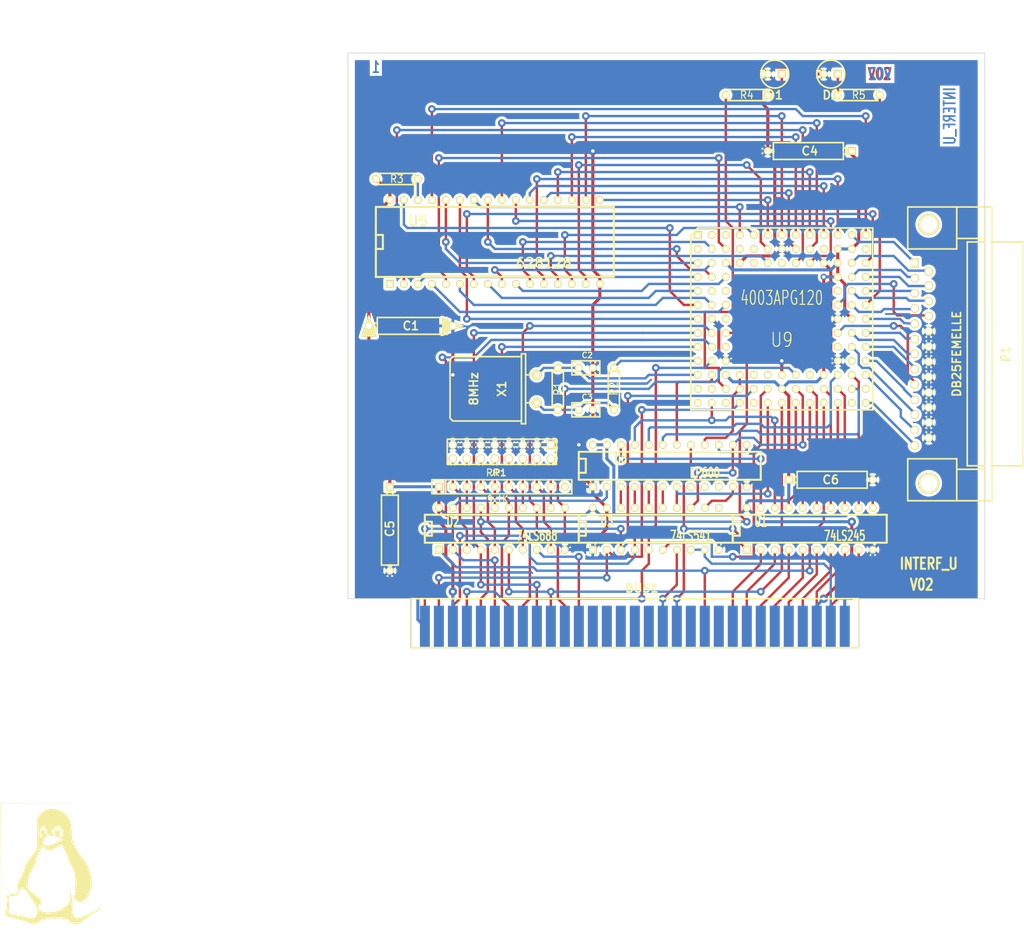
<source format=kicad_pcb>
(kicad_pcb (version 20221018) (generator pcbnew)
  (title_block (title "Demo") (rev "2.C") (company "Kicad"))
  (layers (0 "F.Cu" signal "Composant") (31 "B.Cu" signal "Cuivre") (34 "B.Paste" user) (35 "F.Paste" user) (36 "B.SilkS" user "B.Silkscreen") (37 "F.SilkS" user "F.Silkscreen") (38 "B.Mask" user) (39 "F.Mask" user) (44 "Edge.Cuts" user))
  (net 0 "")
  (net 1 "/8MH-OUT")
  (net 2 "/ACK")
  (net 3 "/AUTOFD-")
  (net 4 "/BIT0")
  (net 5 "/BIT1")
  (net 6 "/BIT2")
  (net 7 "/BIT3")
  (net 8 "/BIT4")
  (net 9 "/BIT5")
  (net 10 "/BIT6")
  (net 11 "/BIT7")
  (net 12 "/BUST+")
  (net 13 "/CLKLCA")
  (net 14 "/CS1-")
  (net 15 "/D0")
  (net 16 "/D1")
  (net 17 "/D2")
  (net 18 "/D3")
  (net 19 "/D4")
  (net 20 "/D5")
  (net 21 "/D6")
  (net 22 "/D7")
  (net 23 "/DIR")
  (net 24 "/DONE")
  (net 25 "/ENBBUF")
  (net 26 "/ERROR-")
  (net 27 "/INIT-")
  (net 28 "/LED1")
  (net 29 "/LED2")
  (net 30 "/MA0")
  (net 31 "/MA1")
  (net 32 "/MA10")
  (net 33 "/MA11")
  (net 34 "/MA12")
  (net 35 "/MA13")
  (net 36 "/MA14")
  (net 37 "/MA15")
  (net 38 "/MA16")
  (net 39 "/MA2")
  (net 40 "/MA3")
  (net 41 "/MA4")
  (net 42 "/MA5")
  (net 43 "/MA6")
  (net 44 "/MA7")
  (net 45 "/MA8")
  (net 46 "/MA9")
  (net 47 "/MATCHL")
  (net 48 "/MD0")
  (net 49 "/MD1")
  (net 50 "/MD2")
  (net 51 "/MD3")
  (net 52 "/MD4")
  (net 53 "/MD5")
  (net 54 "/MD6")
  (net 55 "/MD7")
  (net 56 "/OE-")
  (net 57 "/PC-A0")
  (net 58 "/PC-A1")
  (net 59 "/PC-A10")
  (net 60 "/PC-A11")
  (net 61 "/PC-A2")
  (net 62 "/PC-A3")
  (net 63 "/PC-A4")
  (net 64 "/PC-A5")
  (net 65 "/PC-A6")
  (net 66 "/PC-A7")
  (net 67 "/PC-A8")
  (net 68 "/PC-A9")
  (net 69 "/PC-AEN")
  (net 70 "/PC-DB0")
  (net 71 "/PC-DB1")
  (net 72 "/PC-DB2")
  (net 73 "/PC-DB3")
  (net 74 "/PC-DB4")
  (net 75 "/PC-DB5")
  (net 76 "/PC-DB6")
  (net 77 "/PC-DB7")
  (net 78 "/PC-IOR")
  (net 79 "/PC-IOW")
  (net 80 "/PC-RD")
  (net 81 "/PC-RST")
  (net 82 "/PC-WR")
  (net 83 "/PE+")
  (net 84 "/PROG-")
  (net 85 "/REF10")
  (net 86 "/REF11")
  (net 87 "/REF4")
  (net 88 "/REF5")
  (net 89 "/REF6")
  (net 90 "/REF7")
  (net 91 "/REF8")
  (net 92 "/REF9")
  (net 93 "/RSTL")
  (net 94 "/SEL_LPT")
  (net 95 "/SLCT+")
  (net 96 "/SLCTIN-")
  (net 97 "/STROBE")
  (net 98 "/WR-")
  (net 99 "/WR_REG")
  (net 100 "GND")
  (net 101 "VCC")
  (net 102 "Net-(C2-Pad1)")
  (net 103 "Net-(C3-Pad1)")
  (net 104 "Net-(D1-Pad1)")
  (net 105 "Net-(D2-Pad1)")
  (net 106 "Net-(R3-Pad1)")
  (net 107 "Net-(U3-Pad15)")
  (net 108 "Net-(U3-Pad16)")
  (net 109 "Net-(U3-Pad17)")
  (net 110 "Net-(U3-Pad18)")
  (footprint "BUS_PC" (layer "F.Cu") (at 131.445 138.43)
    (fp_text reference "BUS1")
    (fp_text value "BUSPC" hide)
  )
  (footprint "R3" (layer "F.Cu") (at 151.765 41.91 180)
    (fp_text reference "R4")
    (fp_text value "330" hide)
  )
  (footprint "R3" (layer "F.Cu") (at 172.085 41.91)
    (fp_text reference "R5")
    (fp_text value "330" hide)
  )
  (footprint "LEDV" (layer "F.Cu") (at 156.845 38.1 180)
    (fp_text reference "D1")
    (fp_text value "LED" hide)
  )
  (footprint "LEDV" (layer "F.Cu") (at 167.005 38.1 180)
    (fp_text reference "D2")
    (fp_text value "LED" hide)
  )
  (footprint "PGA120" (layer "F.Cu") (at 158.115 82.55 180)
    (fp_text reference "U9")
    (fp_text value "4003APG120")
  )
  (footprint "CP6" (layer "F.Cu") (at 167.005 111.76)
    (fp_text reference "C6")
    (fp_text value "47uF" hide)
  )
  (footprint "CP6" (layer "F.Cu") (at 86.995 120.65 -90)
    (fp_text reference "C5")
    (fp_text value "47uF" hide)
  )
  (footprint "CP6" (layer "F.Cu") (at 163.195 52.07 180)
    (fp_text reference "C4")
    (fp_text value "47uF" hide)
  )
  (footprint "CP6" (layer "F.Cu") (at 90.805 83.82)
    (fp_text reference "C1")
    (fp_text value "47uF" hide)
  )
  (footprint "R3" (layer "F.Cu") (at 117.475 95.25 90)
    (fp_text reference "R1")
    (fp_text value "100K" hide)
  )
  (footprint "R3" (layer "F.Cu") (at 127.635 95.25 -90)
    (fp_text reference "R2")
    (fp_text value "1K" hide)
  )
  (footprint "HC-18UH" (layer "F.Cu") (at 113.665 95.25 -90)
    (fp_text reference "X1")
    (fp_text value "8MHz")
  )
  (footprint "C1" (layer "F.Cu") (at 122.555 91.44)
    (fp_text reference "C2")
    (fp_text value "47pF" hide)
  )
  (footprint "C1" (layer "F.Cu") (at 122.555 99.06)
    (fp_text reference "C3")
    (fp_text value "47pF" hide)
  )
  (footprint "DIP-32__600" (layer "F.Cu") (at 106.045 68.58)
    (fp_text reference "U5")
    (fp_text value "628128")
  )
  (footprint "R3" (layer "F.Cu") (at 88.265 57.15 180)
    (fp_text reference "R3")
    (fp_text value "10K" hide)
  )
  (footprint "DB25FC" (layer "F.Cu") (at 183.515 88.9 -90)
    (fp_text reference "P1")
    (fp_text value "DB25FEMELLE")
  )
  (footprint "r_pack9" (layer "F.Cu") (at 107.315 113.03)
    (fp_text reference "RR1")
    (fp_text value "9x1K")
  )
  (footprint "pin_array_8x2" (layer "F.Cu") (at 107.315 106.68 180)
    (fp_text reference "JP1")
    (fp_text value "CONN_8X2" hide)
  )
  (footprint "" (layer "F.Cu") (at 25.9 181.9)
    (fp_text reference "G1" hide)
    (fp_text value "LOGO" hide)
  )
  (footprint "DIP-20__300" (layer "F.Cu") (at 163.195 120.65)
    (fp_text reference "U1")
    (fp_text value "74LS245")
  )
  (footprint "DIP-20__300" (layer "F.Cu") (at 107.315 120.65)
    (fp_text reference "U2")
    (fp_text value "74LS688")
  )
  (footprint "DIP-20__300" (layer "F.Cu") (at 135.255 120.65)
    (fp_text reference "U3")
    (fp_text value "74LS541")
  )
  (footprint "DIP-24__300" (layer "F.Cu") (at 137.795 109.22)
    (fp_text reference "U8")
    (fp_text value "EP600")
  )
  (gr_line (start 90.805 133.35) (end 90.805 140.97) (stroke (width 0.127)) (layer "Edge.Cuts"))
  (gr_line (start 90.805 140.97) (end 90.805 142.24) (stroke (width 0.127)) (layer "Edge.Cuts"))
  (gr_line (start 90.805 133.35) (end 79.375 133.35) (stroke (width 0.127)) (layer "Edge.Cuts"))
  (gr_line (start 79.375 34.29) (end 194.945 34.29) (stroke (width 0.127)) (layer "Edge.Cuts"))
  (gr_line (start 90.805 142.24) (end 172.085 142.24) (stroke (width 0.127)) (layer "Edge.Cuts"))
  (gr_line (start 172.085 142.24) (end 172.085 133.35) (stroke (width 0.127)) (layer "Edge.Cuts"))
  (gr_line (start 194.945 133.35) (end 194.945 34.29) (stroke (width 0.127)) (layer "Edge.Cuts"))
  (gr_line (start 79.375 133.35) (end 79.375 34.29) (stroke (width 0.127)) (layer "Edge.Cuts"))
  (gr_line (start 172.085 133.35) (end 194.945 133.35) (stroke (width 0.127)) (layer "Edge.Cuts"))
  (gr_text "INTERF_U" (at 183.515 45.72 90) (layer "F.Cu") (effects (font (size 2.032 1.524) (thickness 0.3048))))
  (gr_text "2" (at 81.915 39.37) (layer "F.Cu") (effects (font (size 2.032 1.524) (thickness 0.3048))))
  (gr_text "V02" (at 175.895 38.1) (layer "F.Cu") (effects (font (size 2.032 1.524) (thickness 0.381))))
  (gr_text "INTERF_U" (at 188.595 45.72 90) (layer "B.Cu") (effects (font (size 2.032 1.524) (thickness 0.3048)) (justify mirror)))
  (gr_text "1" (at 84.455 36.83) (layer "B.Cu") (effects (font (size 2.032 1.524) (thickness 0.3048)) (justify mirror)))
  (gr_text "V02" (at 175.895 38.1) (layer "B.Cu") (effects (font (size 2.032 1.524) (thickness 0.381)) (justify mirror)))
  (gr_text "V02" (at 183.515 130.81) (layer "F.SilkS") (effects (font (size 2.032 1.524) (thickness 0.381))))
  (gr_text "INTERF_U" (at 184.785 127) (layer "F.SilkS") (effects (font (size 2.032 1.524) (thickness 0.381))))
  (segment (start 128.905 90.17) (end 142.875 90.17) (width 0.4318) (layer "B.Cu") (net 1))
  (segment (start 127.635 91.44) (end 128.905 90.17) (width 0.4318) (layer "B.Cu") (net 1))
  (segment (start 173.355 90.17) (end 175.26 90.17) (width 0.4318) (layer "B.Cu") (net 2))
  (segment (start 182.245 97.282) (end 180.34 95.377) (width 0.4318) (layer "B.Cu") (net 2))
  (segment (start 180.34 95.25) (end 175.26 90.17) (width 0.4318) (layer "B.Cu") (net 2))
  (segment (start 180.34 95.25) (end 180.34 95.377) (width 0.4318) (layer "B.Cu") (net 2))
  (segment (start 178.435 71.12) (end 181.102 73.787) (width 0.4318) (layer "B.Cu") (net 3))
  (segment (start 170.815 72.39) (end 172.085 71.12) (width 0.4318) (layer "B.Cu") (net 3))
  (segment (start 172.085 71.12) (end 178.435 71.12) (width 0.4318) (layer "B.Cu") (net 3))
  (segment (start 181.102 73.787) (end 184.785 73.787) (width 0.4318) (layer "B.Cu") (net 3))
  (segment (start 184.785 73.787) (end 184.785 73.9648) (width 0.4318) (layer "B.Cu") (net 3))
  (segment (start 170.815 74.93) (end 172.085 73.66) (width 0.4318) (layer "B.Cu") (net 4))
  (segment (start 182.245 74.93) (end 182.245 75.184) (width 0.4318) (layer "B.Cu") (net 4))
  (segment (start 180.975 74.93) (end 182.245 74.93) (width 0.4318) (layer "B.Cu") (net 4))
  (segment (start 179.705 73.66) (end 180.975 74.93) (width 0.4318) (layer "B.Cu") (net 4))
  (segment (start 172.085 73.66) (end 179.705 73.66) (width 0.4318) (layer "B.Cu") (net 4))
  (segment (start 182.245 77.47) (end 182.245 77.851) (width 0.4318) (layer "B.Cu") (net 5))
  (segment (start 173.355 77.47) (end 182.245 77.47) (width 0.4318) (layer "B.Cu") (net 5))
  (segment (start 176.657 80.772) (end 182.245 80.772) (width 0.4318) (layer "B.Cu") (net 6))
  (segment (start 176.149 81.28) (end 176.657 80.772) (width 0.4318) (layer "B.Cu") (net 6))
  (segment (start 170.815 80.01) (end 172.085 81.28) (width 0.4318) (layer "B.Cu") (net 6))
  (segment (start 182.245 80.772) (end 182.245 80.645) (width 0.4318) (layer "B.Cu") (net 6))
  (segment (start 172.085 81.28) (end 176.149 81.28) (width 0.4318) (layer "B.Cu") (net 6))
  (segment (start 173.355 82.55) (end 179.578 82.55) (width 0.4318) (layer "B.Cu") (net 7))
  (segment (start 180.34 83.312) (end 182.245 83.439) (width 0.4318) (layer "B.Cu") (net 7))
  (segment (start 179.578 82.55) (end 180.34 83.312) (width 0.4318) (layer "B.Cu") (net 7))
  (segment (start 173.355 85.09) (end 179.578 85.09) (width 0.4318) (layer "B.Cu") (net 8))
  (segment (start 179.578 85.09) (end 180.594 86.106) (width 0.4318) (layer "B.Cu") (net 8))
  (segment (start 182.245 86.106) (end 182.245 86.233) (width 0.4318) (layer "B.Cu") (net 8))
  (segment (start 180.594 86.106) (end 182.245 86.106) (width 0.4318) (layer "B.Cu") (net 8))
  (segment (start 180.975 88.9) (end 182.245 88.9) (width 0.4318) (layer "B.Cu") (net 9))
  (segment (start 172.085 86.36) (end 178.435 86.36) (width 0.4318) (layer "B.Cu") (net 9))
  (segment (start 178.435 86.36) (end 180.975 88.9) (width 0.4318) (layer "B.Cu") (net 9))
  (segment (start 170.815 85.09) (end 172.085 86.36) (width 0.4318) (layer "B.Cu") (net 9))
  (segment (start 178.435 87.63) (end 182.245 91.44) (width 0.4318) (layer "B.Cu") (net 10))
  (segment (start 182.245 91.44) (end 182.245 91.694) (width 0.4318) (layer "B.Cu") (net 10))
  (segment (start 173.355 87.63) (end 178.435 87.63) (width 0.4318) (layer "B.Cu") (net 10))
  (segment (start 180.975 85.09) (end 180.975 92.71) (width 0.4318) (layer "F.Cu") (net 11))
  (segment (start 179.705 83.82) (end 180.975 85.09) (width 0.4318) (layer "F.Cu") (net 11))
  (segment (start 180.975 92.71) (end 182.245 93.98) (width 0.4318) (layer "F.Cu") (net 11))
  (segment (start 182.245 93.98) (end 182.245 94.488) (width 0.4318) (layer "F.Cu") (net 11))
  (segment (start 178.435 83.82) (end 179.705 83.82) (width 0.4318) (layer "F.Cu") (net 11))
  (via (at 178.435 83.82) (size 1.397) (drill 0.635) (layers "F.Cu" "B.Cu") (net 11))
  (segment (start 169.545 83.82) (end 178.435 83.82) (width 0.4318) (layer "B.Cu") (net 11))
  (segment (start 168.275 85.09) (end 169.545 83.82) (width 0.4318) (layer "B.Cu") (net 11))
  (segment (start 172.085 90.805) (end 172.72 91.44) (width 0.4318) (layer "B.Cu") (net 12))
  (segment (start 182.245 99.695) (end 182.245 99.949) (width 0.4318) (layer "B.Cu") (net 12))
  (segment (start 173.99 91.44) (end 182.245 99.695) (width 0.4318) (layer "B.Cu") (net 12))
  (segment (start 170.815 87.63) (end 172.085 88.9) (width 0.4318) (layer "B.Cu") (net 12))
  (segment (start 172.72 91.44) (end 173.99 91.44) (width 0.4318) (layer "B.Cu") (net 12))
  (segment (start 172.085 88.9) (end 172.085 90.805) (width 0.4318) (layer "B.Cu") (net 12))
  (segment (start 150.495 92.71) (end 150.495 95.25) (width 0.4318) (layer "F.Cu") (net 13))
  (segment (start 144.4625 104.14) (end 144.145 104.4575) (width 0.4318) (layer "F.Cu") (net 13))
  (segment (start 149.225 96.52) (end 149.225 102.87) (width 0.4318) (layer "F.Cu") (net 13))
  (segment (start 144.145 104.4575) (end 144.145 105.41) (width 0.4318) (layer "F.Cu") (net 13))
  (segment (start 150.495 95.25) (end 149.225 96.52) (width 0.4318) (layer "F.Cu") (net 13))
  (segment (start 149.225 102.87) (end 147.955 104.14) (width 0.4318) (layer "F.Cu") (net 13))
  (segment (start 147.955 104.14) (end 144.4625 104.14) (width 0.4318) (layer "F.Cu") (net 13))
  (segment (start 165.735 67.31) (end 165.735 58.42) (width 0.4318) (layer "F.Cu") (net 14))
  (via (at 165.735 58.42) (size 1.397) (drill 0.635) (layers "F.Cu" "B.Cu") (net 14))
  (segment (start 165.735 58.42) (end 113.665 58.42) (width 0.4318) (layer "B.Cu") (net 14))
  (segment (start 112.395 59.69) (end 112.395 60.96) (width 0.4318) (layer "B.Cu") (net 14))
  (segment (start 113.665 58.42) (end 112.395 59.69) (width 0.4318) (layer "B.Cu") (net 14))
  (segment (start 156.845 100.965) (end 156.845 116.84) (width 0.4318) (layer "F.Cu") (net 15))
  (segment (start 145.415 100.965) (end 145.415 97.79) (width 0.4318) (layer "F.Cu") (net 15))
  (via (at 156.845 100.965) (size 1.397) (drill 0.635) (layers "F.Cu" "B.Cu") (net 15))
  (via (at 145.415 100.965) (size 1.397) (drill 0.635) (layers "F.Cu" "B.Cu") (net 15))
  (segment (start 131.445 102.235) (end 132.715 100.965) (width 0.4318) (layer "B.Cu") (net 15))
  (segment (start 148.59 100.33) (end 156.21 100.33) (width 0.4318) (layer "B.Cu") (net 15))
  (segment (start 156.21 100.33) (end 156.845 100.965) (width 0.4318) (layer "B.Cu") (net 15))
  (segment (start 132.715 100.965) (end 145.415 100.965) (width 0.4318) (layer "B.Cu") (net 15))
  (segment (start 145.415 100.965) (end 147.955 100.965) (width 0.4318) (layer "B.Cu") (net 15))
  (segment (start 131.445 105.41) (end 131.445 102.235) (width 0.4318) (layer "B.Cu") (net 15))
  (segment (start 147.955 100.965) (end 148.59 100.33) (width 0.4318) (layer "B.Cu") (net 15))
  (segment (start 161.29 107.315) (end 160.655 106.68) (width 0.4318) (layer "F.Cu") (net 16))
  (segment (start 159.385 115.57) (end 161.29 113.665) (width 0.4318) (layer "F.Cu") (net 16))
  (segment (start 161.29 113.665) (end 161.29 107.315) (width 0.4318) (layer "F.Cu") (net 16))
  (segment (start 159.385 116.84) (end 159.385 115.57) (width 0.4318) (layer "F.Cu") (net 16))
  (segment (start 160.655 106.68) (end 160.655 97.79) (width 0.4318) (layer "F.Cu") (net 16))
  (segment (start 161.925 115.57) (end 161.925 116.84) (width 0.4318) (layer "F.Cu") (net 17))
  (segment (start 163.195 114.3) (end 161.925 115.57) (width 0.4318) (layer "F.Cu") (net 17))
  (segment (start 163.195 97.79) (end 163.195 114.3) (width 0.4318) (layer "F.Cu") (net 17))
  (segment (start 164.465 96.52) (end 164.465 116.84) (width 0.4318) (layer "F.Cu") (net 18))
  (segment (start 163.195 95.25) (end 164.465 96.52) (width 0.4318) (layer "F.Cu") (net 18))
  (segment (start 165.735 95.25) (end 167.005 96.52) (width 0.4318) (layer "F.Cu") (net 19))
  (segment (start 167.005 96.52) (end 167.005 116.84) (width 0.4318) (layer "F.Cu") (net 19))
  (segment (start 168.275 97.79) (end 168.275 112.395) (width 0.4318) (layer "F.Cu") (net 20))
  (segment (start 169.545 113.665) (end 169.545 116.84) (width 0.4318) (layer "F.Cu") (net 20))
  (segment (start 168.275 112.395) (end 169.545 113.665) (width 0.4318) (layer "F.Cu") (net 20))
  (segment (start 172.085 114.3) (end 172.085 116.84) (width 0.4318) (layer "F.Cu") (net 21))
  (segment (start 168.275 95.25) (end 169.545 96.52) (width 0.4318) (layer "F.Cu") (net 21))
  (segment (start 169.545 96.52) (end 169.545 111.76) (width 0.4318) (layer "F.Cu") (net 21))
  (segment (start 169.545 111.76) (end 172.085 114.3) (width 0.4318) (layer "F.Cu") (net 21))
  (segment (start 174.625 114.935) (end 174.625 116.84) (width 0.4318) (layer "F.Cu") (net 22))
  (segment (start 170.815 92.71) (end 172.085 93.98) (width 0.4318) (layer "F.Cu") (net 22))
  (segment (start 172.085 93.98) (end 172.085 112.395) (width 0.4318) (layer "F.Cu") (net 22))
  (segment (start 172.085 112.395) (end 174.625 114.935) (width 0.4318) (layer "F.Cu") (net 22))
  (segment (start 149.225 120.65) (end 150.495 121.92) (width 0.4318) (layer "F.Cu") (net 23))
  (segment (start 140.335 110.49) (end 140.335 120.65) (width 0.4318) (layer "F.Cu") (net 23))
  (segment (start 150.495 121.92) (end 150.495 123.19) (width 0.4318) (layer "F.Cu") (net 23))
  (segment (start 150.495 123.19) (end 151.765 124.46) (width 0.4318) (layer "F.Cu") (net 23))
  (segment (start 141.605 105.41) (end 141.605 109.22) (width 0.4318) (layer "F.Cu") (net 23))
  (segment (start 141.605 109.22) (end 140.335 110.49) (width 0.4318) (layer "F.Cu") (net 23))
  (via (at 140.335 120.65) (size 1.397) (drill 0.635) (layers "F.Cu" "B.Cu") (net 23))
  (via (at 149.225 120.65) (size 1.397) (drill 0.635) (layers "F.Cu" "B.Cu") (net 23))
  (segment (start 140.335 120.65) (end 149.225 120.65) (width 0.4318) (layer "B.Cu") (net 23))
  (segment (start 154.94 102.235) (end 166.37 102.235) (width 0.4318) (layer "B.Cu") (net 24))
  (segment (start 133.985 105.41) (end 133.985 102.5525) (width 0.4318) (layer "B.Cu") (net 24))
  (segment (start 167.005 101.6) (end 167.005 93.98) (width 0.4318) (layer "B.Cu") (net 24))
  (segment (start 167.005 93.98) (end 168.275 92.71) (width 0.4318) (layer "B.Cu") (net 24))
  (segment (start 166.37 102.235) (end 167.005 101.6) (width 0.4318) (layer "B.Cu") (net 24))
  (segment (start 154.305 101.6) (end 154.94 102.235) (width 0.4318) (layer "B.Cu") (net 24))
  (segment (start 134.3025 102.235) (end 149.225 102.235) (width 0.4318) (layer "B.Cu") (net 24))
  (segment (start 133.985 102.5525) (end 134.3025 102.235) (width 0.4318) (layer "B.Cu") (net 24))
  (segment (start 149.225 102.235) (end 149.86 101.6) (width 0.4318) (layer "B.Cu") (net 24))
  (segment (start 149.86 101.6) (end 154.305 101.6) (width 0.4318) (layer "B.Cu") (net 24))
  (segment (start 128.905 105.41) (end 128.905 107.95) (width 0.4318) (layer "F.Cu") (net 25))
  (segment (start 154.305 107.95) (end 154.305 116.84) (width 0.4318) (layer "F.Cu") (net 25))
  (via (at 128.905 107.95) (size 1.397) (drill 0.635) (layers "F.Cu" "B.Cu") (net 25))
  (via (at 154.305 107.95) (size 1.397) (drill 0.635) (layers "F.Cu" "B.Cu") (net 25))
  (segment (start 128.905 107.95) (end 154.305 107.95) (width 0.4318) (layer "B.Cu") (net 25))
  (segment (start 173.355 74.93) (end 179.451 74.93) (width 0.4318) (layer "B.Cu") (net 26))
  (segment (start 184.785 76.5048) (end 184.785 76.581) (width 0.4318) (layer "B.Cu") (net 26))
  (segment (start 181.102 76.581) (end 184.785 76.581) (width 0.4318) (layer "B.Cu") (net 26))
  (segment (start 179.451 74.93) (end 181.102 76.581) (width 0.4318) (layer "B.Cu") (net 26))
  (segment (start 181.229 79.248) (end 184.785 79.248) (width 0.4318) (layer "B.Cu") (net 27))
  (segment (start 172.085 78.74) (end 180.721 78.74) (width 0.4318) (layer "B.Cu") (net 27))
  (segment (start 184.785 79.248) (end 184.785 79.2988) (width 0.4318) (layer "B.Cu") (net 27))
  (segment (start 170.815 77.47) (end 172.085 78.74) (width 0.4318) (layer "B.Cu") (net 27))
  (segment (start 180.721 78.74) (end 181.229 79.248) (width 0.4318) (layer "B.Cu") (net 27))
  (segment (start 149.225 66.04) (end 147.955 64.77) (width 0.4318) (layer "F.Cu") (net 28))
  (segment (start 144.145 91.44) (end 144.145 81.28) (width 0.4318) (layer "F.Cu") (net 28))
  (segment (start 144.145 81.28) (end 149.225 81.28) (width 0.4318) (layer "F.Cu") (net 28))
  (segment (start 149.225 81.28) (end 149.225 66.04) (width 0.4318) (layer "F.Cu") (net 28))
  (segment (start 147.955 95.25) (end 146.685 93.98) (width 0.4318) (layer "F.Cu") (net 28))
  (segment (start 146.685 93.98) (end 146.685 91.44) (width 0.4318) (layer "F.Cu") (net 28))
  (segment (start 147.955 64.77) (end 147.955 41.91) (width 0.4318) (layer "F.Cu") (net 28))
  (segment (start 146.685 91.44) (end 144.145 91.44) (width 0.4318) (layer "F.Cu") (net 28))
  (segment (start 175.895 77.47) (end 175.895 41.91) (width 0.4318) (layer "F.Cu") (net 29))
  (segment (start 173.355 80.01) (end 175.895 77.47) (width 0.4318) (layer "F.Cu") (net 29))
  (segment (start 113.665 57.15) (end 113.665 73.66) (width 0.4318) (layer "F.Cu") (net 30))
  (segment (start 114.935 74.93) (end 113.665 73.66) (width 0.4318) (layer "F.Cu") (net 30))
  (segment (start 168.275 67.31) (end 168.275 57.15) (width 0.4318) (layer "F.Cu") (net 30))
  (segment (start 114.935 76.2) (end 114.935 74.93) (width 0.4318) (layer "F.Cu") (net 30))
  (via (at 168.275 57.15) (size 1.397) (drill 0.635) (layers "F.Cu" "B.Cu") (net 30))
  (via (at 113.665 57.15) (size 1.397) (drill 0.635) (layers "F.Cu" "B.Cu") (net 30))
  (segment (start 168.275 57.15) (end 113.665 57.15) (width 0.4318) (layer "B.Cu") (net 30))
  (segment (start 112.395 76.2) (end 112.395 74.93) (width 0.4318) (layer "F.Cu") (net 31))
  (segment (start 111.125 73.66) (end 111.125 68.58) (width 0.4318) (layer "F.Cu") (net 31))
  (segment (start 112.395 74.93) (end 111.125 73.66) (width 0.4318) (layer "F.Cu") (net 31))
  (via (at 111.125 68.58) (size 1.397) (drill 0.635) (layers "F.Cu" "B.Cu") (net 31))
  (segment (start 145.415 69.85) (end 144.145 68.58) (width 0.4318) (layer "B.Cu") (net 31))
  (segment (start 144.145 68.58) (end 111.125 68.58) (width 0.4318) (layer "B.Cu") (net 31))
  (segment (start 167.005 71.12) (end 167.005 64.77) (width 0.4318) (layer "F.Cu") (net 32))
  (segment (start 163.195 72.39) (end 164.465 71.12) (width 0.4318) (layer "F.Cu") (net 32))
  (segment (start 164.465 71.12) (end 167.005 71.12) (width 0.4318) (layer "F.Cu") (net 32))
  (segment (start 109.855 64.77) (end 109.855 60.96) (width 0.4318) (layer "F.Cu") (net 32))
  (via (at 167.005 64.77) (size 1.397) (drill 0.635) (layers "F.Cu" "B.Cu") (net 32))
  (via (at 109.855 64.77) (size 1.397) (drill 0.635) (layers "F.Cu" "B.Cu") (net 32))
  (segment (start 167.005 64.77) (end 109.855 64.77) (width 0.4318) (layer "B.Cu") (net 32))
  (segment (start 104.775 68.58) (end 104.775 60.96) (width 0.4318) (layer "F.Cu") (net 33))
  (segment (start 144.145 73.66) (end 141.605 73.66) (width 0.4318) (layer "F.Cu") (net 33))
  (segment (start 145.415 74.93) (end 144.145 73.66) (width 0.4318) (layer "F.Cu") (net 33))
  (segment (start 141.605 73.66) (end 139.065 71.12) (width 0.4318) (layer "F.Cu") (net 33))
  (segment (start 139.065 71.12) (end 139.065 69.85) (width 0.4318) (layer "F.Cu") (net 33))
  (via (at 104.775 68.58) (size 1.397) (drill 0.635) (layers "F.Cu" "B.Cu") (net 33))
  (via (at 139.065 69.85) (size 1.397) (drill 0.635) (layers "F.Cu" "B.Cu") (net 33))
  (segment (start 139.065 69.85) (end 106.045 69.85) (width 0.4318) (layer "B.Cu") (net 33))
  (segment (start 106.045 69.85) (end 104.775 68.58) (width 0.4318) (layer "B.Cu") (net 33))
  (segment (start 147.955 80.01) (end 146.685 81.28) (width 0.4318) (layer "B.Cu") (net 34))
  (segment (start 94.615 76.2) (end 94.615 76.2) (width 0.4318) (layer "B.Cu") (net 34))
  (segment (start 99.695 81.28) (end 94.615 76.2) (width 0.4318) (layer "B.Cu") (net 34))
  (segment (start 146.685 81.28) (end 99.695 81.28) (width 0.4318) (layer "B.Cu") (net 34))
  (segment (start 97.155 68.58) (end 97.155 60.96) (width 0.4318) (layer "F.Cu") (net 35))
  (via (at 97.155 68.58) (size 1.397) (drill 0.635) (layers "F.Cu" "B.Cu") (net 35))
  (segment (start 97.155 69.85) (end 97.155 68.58) (width 0.4318) (layer "B.Cu") (net 35))
  (segment (start 142.875 72.39) (end 99.695 72.39) (width 0.4318) (layer "B.Cu") (net 35))
  (segment (start 99.695 72.39) (end 97.155 69.85) (width 0.4318) (layer "B.Cu") (net 35))
  (segment (start 142.875 74.93) (end 93.345 74.93) (width 0.4318) (layer "B.Cu") (net 36))
  (segment (start 93.345 74.93) (end 92.075 76.2) (width 0.4318) (layer "B.Cu") (net 36))
  (segment (start 137.795 77.47) (end 140.335 80.01) (width 0.4318) (layer "F.Cu") (net 37))
  (segment (start 140.335 80.01) (end 142.875 80.01) (width 0.4318) (layer "F.Cu") (net 37))
  (segment (start 137.795 66.04) (end 137.795 77.47) (width 0.4318) (layer "F.Cu") (net 37))
  (via (at 137.795 66.04) (size 1.397) (drill 0.635) (layers "F.Cu" "B.Cu") (net 37))
  (segment (start 89.535 60.96) (end 89.535 65.405) (width 0.4318) (layer "B.Cu") (net 37))
  (segment (start 90.17 66.04) (end 89.535 65.405) (width 0.4318) (layer "B.Cu") (net 37))
  (segment (start 137.795 66.04) (end 90.17 66.04) (width 0.4318) (layer "B.Cu") (net 37))
  (segment (start 88.265 73.66) (end 89.535 74.93) (width 0.4318) (layer "F.Cu") (net 38))
  (segment (start 89.535 74.93) (end 89.535 76.2) (width 0.4318) (layer "F.Cu") (net 38))
  (segment (start 161.925 48.26) (end 161.925 71.12) (width 0.4318) (layer "F.Cu") (net 38))
  (segment (start 161.925 71.12) (end 160.655 72.39) (width 0.4318) (layer "F.Cu") (net 38))
  (segment (start 88.265 48.26) (end 88.265 73.66) (width 0.4318) (layer "F.Cu") (net 38))
  (via (at 88.265 48.26) (size 1.397) (drill 0.635) (layers "F.Cu" "B.Cu") (net 38))
  (via (at 161.925 48.26) (size 1.397) (drill 0.635) (layers "F.Cu" "B.Cu") (net 38))
  (segment (start 161.925 48.26) (end 88.265 48.26) (width 0.4318) (layer "B.Cu") (net 38))
  (segment (start 132.715 77.47) (end 111.125 77.47) (width 0.4318) (layer "B.Cu") (net 39))
  (segment (start 111.125 77.47) (end 109.855 76.2) (width 0.4318) (layer "B.Cu") (net 39))
  (segment (start 146.685 76.2) (end 133.985 76.2) (width 0.4318) (layer "B.Cu") (net 39))
  (segment (start 133.985 76.2) (end 132.715 77.47) (width 0.4318) (layer "B.Cu") (net 39))
  (segment (start 147.955 74.93) (end 146.685 76.2) (width 0.4318) (layer "B.Cu") (net 39))
  (segment (start 107.315 76.2) (end 107.315 74.93) (width 0.4318) (layer "F.Cu") (net 40))
  (segment (start 107.315 74.93) (end 106.045 73.66) (width 0.4318) (layer "F.Cu") (net 40))
  (via (at 106.045 73.66) (size 1.397) (drill 0.635) (layers "F.Cu" "B.Cu") (net 40))
  (segment (start 145.415 72.39) (end 144.145 73.66) (width 0.4318) (layer "B.Cu") (net 40))
  (segment (start 144.145 73.66) (end 106.045 73.66) (width 0.4318) (layer "B.Cu") (net 40))
  (segment (start 133.985 78.74) (end 107.315 78.74) (width 0.4318) (layer "B.Cu") (net 41))
  (segment (start 135.255 77.47) (end 133.985 78.74) (width 0.4318) (layer "B.Cu") (net 41))
  (segment (start 142.875 77.47) (end 135.255 77.47) (width 0.4318) (layer "B.Cu") (net 41))
  (segment (start 107.315 78.74) (end 104.775 76.2) (width 0.4318) (layer "B.Cu") (net 41))
  (segment (start 100.965 73.66) (end 100.965 63.5) (width 0.4318) (layer "F.Cu") (net 42))
  (segment (start 174.625 63.5) (end 174.625 71.12) (width 0.4318) (layer "F.Cu") (net 42))
  (segment (start 102.235 76.2) (end 102.235 74.93) (width 0.4318) (layer "F.Cu") (net 42))
  (segment (start 174.625 71.12) (end 173.355 72.39) (width 0.4318) (layer "F.Cu") (net 42))
  (segment (start 102.235 74.93) (end 100.965 73.66) (width 0.4318) (layer "F.Cu") (net 42))
  (via (at 100.965 63.5) (size 1.397) (drill 0.635) (layers "F.Cu" "B.Cu") (net 42))
  (via (at 174.625 63.5) (size 1.397) (drill 0.635) (layers "F.Cu" "B.Cu") (net 42))
  (segment (start 100.965 63.5) (end 174.625 63.5) (width 0.4318) (layer "B.Cu") (net 42))
  (segment (start 99.695 77.47) (end 99.695 76.2) (width 0.4318) (layer "B.Cu") (net 43))
  (segment (start 145.415 80.01) (end 144.145 78.74) (width 0.4318) (layer "B.Cu") (net 43))
  (segment (start 135.255 80.01) (end 102.235 80.01) (width 0.4318) (layer "B.Cu") (net 43))
  (segment (start 102.235 80.01) (end 99.695 77.47) (width 0.4318) (layer "B.Cu") (net 43))
  (segment (start 136.525 78.74) (end 135.255 80.01) (width 0.4318) (layer "B.Cu") (net 43))
  (segment (start 144.145 78.74) (end 136.525 78.74) (width 0.4318) (layer "B.Cu") (net 43))
  (segment (start 95.885 53.34) (end 95.885 73.66) (width 0.4318) (layer "F.Cu") (net 44))
  (segment (start 146.685 68.58) (end 146.685 53.34) (width 0.4318) (layer "F.Cu") (net 44))
  (segment (start 97.155 74.93) (end 95.885 73.66) (width 0.4318) (layer "F.Cu") (net 44))
  (segment (start 97.155 76.2) (end 97.155 74.93) (width 0.4318) (layer "F.Cu") (net 44))
  (segment (start 147.955 69.85) (end 146.685 68.58) (width 0.4318) (layer "F.Cu") (net 44))
  (via (at 146.685 53.34) (size 1.397) (drill 0.635) (layers "F.Cu" "B.Cu") (net 44))
  (via (at 95.885 53.34) (size 1.397) (drill 0.635) (layers "F.Cu" "B.Cu") (net 44))
  (segment (start 146.685 53.34) (end 95.885 53.34) (width 0.4318) (layer "B.Cu") (net 44))
  (segment (start 99.695 73.66) (end 99.695 60.96) (width 0.4318) (layer "F.Cu") (net 45))
  (segment (start 100.965 82.55) (end 100.965 74.93) (width 0.4318) (layer "F.Cu") (net 45))
  (segment (start 100.965 74.93) (end 99.695 73.66) (width 0.4318) (layer "F.Cu") (net 45))
  (via (at 100.965 82.55) (size 1.397) (drill 0.635) (layers "F.Cu" "B.Cu") (net 45))
  (segment (start 142.875 82.55) (end 100.965 82.55) (width 0.4318) (layer "B.Cu") (net 45))
  (segment (start 150.495 67.31) (end 150.495 62.23) (width 0.4318) (layer "F.Cu") (net 46))
  (via (at 150.495 62.23) (size 1.397) (drill 0.635) (layers "F.Cu" "B.Cu") (net 46))
  (segment (start 103.505 62.23) (end 102.235 60.96) (width 0.4318) (layer "B.Cu") (net 46))
  (segment (start 150.495 62.23) (end 103.505 62.23) (width 0.4318) (layer "B.Cu") (net 46))
  (segment (start 125.73 115.57) (end 126.365 114.935) (width 0.4318) (layer "B.Cu") (net 47))
  (segment (start 98.425 116.84) (end 99.695 115.57) (width 0.4318) (layer "B.Cu") (net 47))
  (segment (start 126.365 114.935) (end 126.365 113.03) (width 0.4318) (layer "B.Cu") (net 47))
  (segment (start 99.695 115.57) (end 125.73 115.57) (width 0.4318) (layer "B.Cu") (net 47))
  (segment (start 117.475 74.93) (end 116.205 73.66) (width 0.4318) (layer "F.Cu") (net 48))
  (segment (start 116.205 73.66) (end 116.205 71.12) (width 0.4318) (layer "F.Cu") (net 48))
  (segment (start 117.475 76.2) (end 117.475 74.93) (width 0.4318) (layer "F.Cu") (net 48))
  (via (at 116.205 71.12) (size 1.397) (drill 0.635) (layers "F.Cu" "B.Cu") (net 48))
  (segment (start 154.305 71.12) (end 116.205 71.12) (width 0.4318) (layer "B.Cu") (net 48))
  (segment (start 155.575 72.39) (end 154.305 71.12) (width 0.4318) (layer "B.Cu") (net 48))
  (segment (start 120.015 76.2) (end 120.015 74.93) (width 0.4318) (layer "F.Cu") (net 49))
  (segment (start 118.745 67.31) (end 118.745 73.66) (width 0.4318) (layer "F.Cu") (net 49))
  (segment (start 120.015 74.93) (end 118.745 73.66) (width 0.4318) (layer "F.Cu") (net 49))
  (via (at 118.745 67.31) (size 1.397) (drill 0.635) (layers "F.Cu" "B.Cu") (net 49))
  (segment (start 140.335 66.04) (end 139.065 67.31) (width 0.4318) (layer "B.Cu") (net 49))
  (segment (start 139.065 67.31) (end 118.745 67.31) (width 0.4318) (layer "B.Cu") (net 49))
  (segment (start 153.035 67.31) (end 151.765 66.04) (width 0.4318) (layer "B.Cu") (net 49))
  (segment (start 151.765 66.04) (end 140.335 66.04) (width 0.4318) (layer "B.Cu") (net 49))
  (segment (start 121.285 73.66) (end 121.285 54.61) (width 0.4318) (layer "F.Cu") (net 50))
  (segment (start 155.575 69.85) (end 154.305 68.58) (width 0.4318) (layer "F.Cu") (net 50))
  (segment (start 122.555 76.2) (end 122.555 74.93) (width 0.4318) (layer "F.Cu") (net 50))
  (segment (start 154.305 68.58) (end 154.305 57.15) (width 0.4318) (layer "F.Cu") (net 50))
  (segment (start 154.305 57.15) (end 151.765 54.61) (width 0.4318) (layer "F.Cu") (net 50))
  (segment (start 122.555 74.93) (end 121.285 73.66) (width 0.4318) (layer "F.Cu") (net 50))
  (via (at 121.285 54.61) (size 1.397) (drill 0.635) (layers "F.Cu" "B.Cu") (net 50))
  (via (at 151.765 54.61) (size 1.397) (drill 0.635) (layers "F.Cu" "B.Cu") (net 50))
  (segment (start 121.285 54.61) (end 151.765 54.61) (width 0.4318) (layer "B.Cu") (net 50))
  (segment (start 155.575 67.31) (end 155.575 60.96) (width 0.4318) (layer "F.Cu") (net 51))
  (via (at 155.575 60.96) (size 1.397) (drill 0.635) (layers "F.Cu" "B.Cu") (net 51))
  (segment (start 155.575 60.96) (end 125.095 60.96) (width 0.4318) (layer "B.Cu") (net 51))
  (segment (start 122.555 60.96) (end 122.555 45.72) (width 0.4318) (layer "F.Cu") (net 52))
  (segment (start 158.115 67.31) (end 158.115 45.72) (width 0.4318) (layer "F.Cu") (net 52))
  (via (at 158.115 45.72) (size 1.397) (drill 0.635) (layers "F.Cu" "B.Cu") (net 52))
  (via (at 122.555 45.72) (size 1.397) (drill 0.635) (layers "F.Cu" "B.Cu") (net 52))
  (segment (start 158.115 45.72) (end 122.555 45.72) (width 0.4318) (layer "B.Cu") (net 52))
  (segment (start 160.655 67.31) (end 160.655 49.53) (width 0.4318) (layer "F.Cu") (net 53))
  (segment (start 120.015 60.96) (end 120.015 49.53) (width 0.4318) (layer "F.Cu") (net 53))
  (via (at 120.015 49.53) (size 1.397) (drill 0.635) (layers "F.Cu" "B.Cu") (net 53))
  (via (at 160.655 49.53) (size 1.397) (drill 0.635) (layers "F.Cu" "B.Cu") (net 53))
  (segment (start 120.015 49.53) (end 160.655 49.53) (width 0.4318) (layer "B.Cu") (net 53))
  (segment (start 117.475 60.96) (end 117.475 55.88) (width 0.4318) (layer "F.Cu") (net 54))
  (segment (start 163.195 67.31) (end 163.195 55.88) (width 0.4318) (layer "F.Cu") (net 54))
  (via (at 117.475 55.88) (size 1.397) (drill 0.635) (layers "F.Cu" "B.Cu") (net 54))
  (via (at 163.195 55.88) (size 1.397) (drill 0.635) (layers "F.Cu" "B.Cu") (net 54))
  (segment (start 117.475 55.88) (end 163.195 55.88) (width 0.4318) (layer "B.Cu") (net 54))
  (segment (start 159.385 68.58) (end 159.385 59.69) (width 0.4318) (layer "F.Cu") (net 55))
  (segment (start 160.655 69.85) (end 159.385 68.58) (width 0.4318) (layer "F.Cu") (net 55))
  (via (at 159.385 59.69) (size 1.397) (drill 0.635) (layers "F.Cu" "B.Cu") (net 55))
  (segment (start 116.205 59.69) (end 114.935 60.96) (width 0.4318) (layer "B.Cu") (net 55))
  (segment (start 159.385 59.69) (end 116.205 59.69) (width 0.4318) (layer "B.Cu") (net 55))
  (segment (start 107.315 46.99) (end 107.315 60.96) (width 0.4318) (layer "F.Cu") (net 56))
  (segment (start 163.195 69.85) (end 164.465 68.58) (width 0.4318) (layer "F.Cu") (net 56))
  (segment (start 164.465 68.58) (end 164.465 46.99) (width 0.4318) (layer "F.Cu") (net 56))
  (via (at 107.315 46.99) (size 1.397) (drill 0.635) (layers "F.Cu" "B.Cu") (net 56))
  (via (at 164.465 46.99) (size 1.397) (drill 0.635) (layers "F.Cu" "B.Cu") (net 56))
  (segment (start 164.465 46.99) (end 107.315 46.99) (width 0.4318) (layer "B.Cu") (net 56))
  (segment (start 155.575 95.25) (end 154.305 96.52) (width 0.4318) (layer "F.Cu") (net 57))
  (segment (start 154.305 96.52) (end 154.305 105.41) (width 0.4318) (layer "F.Cu") (net 57))
  (segment (start 154.305 105.41) (end 153.035 106.68) (width 0.4318) (layer "F.Cu") (net 57))
  (segment (start 128.905 124.46) (end 128.905 120.65) (width 0.4318) (layer "F.Cu") (net 57))
  (segment (start 153.035 106.68) (end 153.035 125.73) (width 0.4318) (layer "F.Cu") (net 57))
  (segment (start 153.035 125.73) (end 149.225 125.73) (width 0.4318) (layer "F.Cu") (net 57))
  (segment (start 93.345 120.65) (end 93.345 138.43) (width 0.4318) (layer "F.Cu") (net 57))
  (via (at 128.905 120.65) (size 1.397) (drill 0.635) (layers "F.Cu" "B.Cu") (net 57))
  (via (at 149.225 125.73) (size 1.397) (drill 0.635) (layers "F.Cu" "B.Cu") (net 57))
  (via (at 93.345 120.65) (size 1.397) (drill 0.635) (layers "F.Cu" "B.Cu") (net 57))
  (segment (start 130.175 123.19) (end 128.905 124.46) (width 0.4318) (layer "B.Cu") (net 57))
  (segment (start 145.415 123.19) (end 130.175 123.19) (width 0.4318) (layer "B.Cu") (net 57))
  (segment (start 128.905 120.65) (end 93.345 120.65) (width 0.4318) (layer "B.Cu") (net 57))
  (segment (start 149.225 125.73) (end 145.415 125.73) (width 0.4318) (layer "B.Cu") (net 57))
  (segment (start 145.415 125.73) (end 145.415 123.19) (width 0.4318) (layer "B.Cu") (net 57))
  (segment (start 132.715 99.06) (end 132.715 125.73) (width 0.4318) (layer "F.Cu") (net 58))
  (segment (start 127.635 125.73) (end 126.365 124.46) (width 0.4318) (layer "F.Cu") (net 58))
  (segment (start 95.885 129.54) (end 95.885 138.43) (width 0.4318) (layer "F.Cu") (net 58))
  (segment (start 132.715 125.73) (end 127.635 125.73) (width 0.4318) (layer "F.Cu") (net 58))
  (segment (start 126.365 124.46) (end 126.365 129.54) (width 0.4318) (layer "F.Cu") (net 58))
  (via (at 126.365 129.54) (size 1.397) (drill 0.635) (layers "F.Cu" "B.Cu") (net 58))
  (via (at 95.885 129.54) (size 1.397) (drill 0.635) (layers "F.Cu" "B.Cu") (net 58))
  (via (at 132.715 99.06) (size 1.397) (drill 0.635) (layers "F.Cu" "B.Cu") (net 58))
  (segment (start 149.225 99.06) (end 132.715 99.06) (width 0.4318) (layer "B.Cu") (net 58))
  (segment (start 126.365 129.54) (end 95.885 129.54) (width 0.4318) (layer "B.Cu") (net 58))
  (segment (start 150.495 97.79) (end 149.225 99.06) (width 0.4318) (layer "B.Cu") (net 58))
  (segment (start 117.475 123.19) (end 118.745 121.92) (width 0.4318) (layer "F.Cu") (net 59))
  (segment (start 118.745 109.22) (end 117.475 110.49) (width 0.4318) (layer "F.Cu") (net 59))
  (segment (start 117.475 115.57) (end 118.745 116.84) (width 0.4318) (layer "F.Cu") (net 59))
  (segment (start 118.745 121.92) (end 118.745 116.84) (width 0.4318) (layer "F.Cu") (net 59))
  (segment (start 118.745 138.43) (end 118.745 134.62) (width 0.4318) (layer "F.Cu") (net 59))
  (segment (start 117.475 133.35) (end 117.475 123.19) (width 0.4318) (layer "F.Cu") (net 59))
  (segment (start 118.745 95.25) (end 118.745 109.22) (width 0.4318) (layer "F.Cu") (net 59))
  (segment (start 117.475 110.49) (end 117.475 115.57) (width 0.4318) (layer "F.Cu") (net 59))
  (segment (start 118.745 134.62) (end 117.475 133.35) (width 0.4318) (layer "F.Cu") (net 59))
  (via (at 118.745 95.25) (size 1.397) (drill 0.635) (layers "F.Cu" "B.Cu") (net 59))
  (segment (start 160.655 92.71) (end 159.385 91.44) (width 0.4318) (layer "B.Cu") (net 59))
  (segment (start 146.685 92.075) (end 146.685 93.345) (width 0.4318) (layer "B.Cu") (net 59))
  (segment (start 159.385 91.44) (end 147.32 91.44) (width 0.4318) (layer "B.Cu") (net 59))
  (segment (start 135.255 93.98) (end 133.985 95.25) (width 0.4318) (layer "B.Cu") (net 59))
  (segment (start 146.05 93.98) (end 135.255 93.98) (width 0.4318) (layer "B.Cu") (net 59))
  (segment (start 147.32 91.44) (end 146.685 92.075) (width 0.4318) (layer "B.Cu") (net 59))
  (segment (start 146.685 93.345) (end 146.05 93.98) (width 0.4318) (layer "B.Cu") (net 59))
  (segment (start 133.985 95.25) (end 118.745 95.25) (width 0.4318) (layer "B.Cu") (net 59))
  (segment (start 121.285 138.43) (end 121.285 125.73) (width 0.4318) (layer "F.Cu") (net 60))
  (via (at 121.285 125.73) (size 1.397) (drill 0.635) (layers "F.Cu" "B.Cu") (net 60))
  (segment (start 121.285 125.73) (end 114.935 125.73) (width 0.4318) (layer "B.Cu") (net 60))
  (segment (start 114.935 125.73) (end 113.665 124.46) (width 0.4318) (layer "B.Cu") (net 60))
  (segment (start 99.695 133.35) (end 98.425 134.62) (width 0.4318) (layer "F.Cu") (net 61))
  (segment (start 98.425 134.62) (end 98.425 138.43) (width 0.4318) (layer "F.Cu") (net 61))
  (segment (start 130.175 121.285) (end 131.445 122.555) (width 0.4318) (layer "F.Cu") (net 61))
  (segment (start 131.445 122.555) (end 131.445 124.46) (width 0.4318) (layer "F.Cu") (net 61))
  (segment (start 99.695 121.92) (end 99.695 133.35) (width 0.4318) (layer "F.Cu") (net 61))
  (segment (start 130.175 96.52) (end 130.175 121.285) (width 0.4318) (layer "F.Cu") (net 61))
  (via (at 130.175 96.52) (size 1.397) (drill 0.635) (layers "F.Cu" "B.Cu") (net 61))
  (via (at 99.695 121.92) (size 1.397) (drill 0.635) (layers "F.Cu" "B.Cu") (net 61))
  (segment (start 131.445 124.46) (end 131.445 125.73) (width 0.4318) (layer "B.Cu") (net 61))
  (segment (start 130.175 127) (end 113.665 127) (width 0.4318) (layer "B.Cu") (net 61))
  (segment (start 131.445 125.73) (end 130.175 127) (width 0.4318) (layer "B.Cu") (net 61))
  (segment (start 113.665 127) (end 112.395 125.73) (width 0.4318) (layer "B.Cu") (net 61))
  (segment (start 111.125 121.92) (end 99.695 121.92) (width 0.4318) (layer "B.Cu") (net 61))
  (segment (start 112.395 123.19) (end 111.125 121.92) (width 0.4318) (layer "B.Cu") (net 61))
  (segment (start 112.395 125.73) (end 112.395 123.19) (width 0.4318) (layer "B.Cu") (net 61))
  (segment (start 153.035 95.25) (end 151.765 96.52) (width 0.4318) (layer "B.Cu") (net 61))
  (segment (start 151.765 96.52) (end 130.175 96.52) (width 0.4318) (layer "B.Cu") (net 61))
  (segment (start 133.985 127) (end 132.715 128.27) (width 0.4318) (layer "F.Cu") (net 62))
  (segment (start 133.985 124.46) (end 133.985 121.285) (width 0.4318) (layer "F.Cu") (net 62))
  (segment (start 133.985 124.46) (end 133.985 127) (width 0.4318) (layer "F.Cu") (net 62))
  (segment (start 133.985 121.285) (end 135.255 120.015) (width 0.4318) (layer "F.Cu") (net 62))
  (segment (start 135.255 120.015) (end 135.255 91.44) (width 0.4318) (layer "F.Cu") (net 62))
  (segment (start 132.715 128.27) (end 132.715 133.35) (width 0.4318) (layer "F.Cu") (net 62))
  (segment (start 100.965 132.08) (end 100.965 138.43) (width 0.4318) (layer "F.Cu") (net 62))
  (via (at 132.715 133.35) (size 1.397) (drill 0.635) (layers "F.Cu" "B.Cu") (net 62))
  (via (at 100.965 132.08) (size 1.397) (drill 0.635) (layers "F.Cu" "B.Cu") (net 62))
  (via (at 135.255 91.44) (size 1.397) (drill 0.635) (layers "F.Cu" "B.Cu") (net 62))
  (segment (start 135.255 91.44) (end 144.145 91.44) (width 0.4318) (layer "B.Cu") (net 62))
  (segment (start 144.145 91.44) (end 145.415 90.17) (width 0.4318) (layer "B.Cu") (net 62))
  (segment (start 132.715 133.35) (end 107.315 133.35) (width 0.4318) (layer "B.Cu") (net 62))
  (segment (start 106.045 132.08) (end 100.965 132.08) (width 0.4318) (layer "B.Cu") (net 62))
  (segment (start 107.315 133.35) (end 106.045 132.08) (width 0.4318) (layer "B.Cu") (net 62))
  (segment (start 103.505 133.35) (end 104.775 132.08) (width 0.4318) (layer "F.Cu") (net 63))
  (segment (start 150.495 102.87) (end 151.765 101.6) (width 0.4318) (layer "F.Cu") (net 63))
  (segment (start 103.505 121.285) (end 103.505 119.38) (width 0.4318) (layer "F.Cu") (net 63))
  (segment (start 104.775 132.08) (end 104.775 122.555) (width 0.4318) (layer "F.Cu") (net 63))
  (segment (start 150.495 118.11) (end 150.495 102.87) (width 0.4318) (layer "F.Cu") (net 63))
  (segment (start 104.775 122.555) (end 103.505 121.285) (width 0.4318) (layer "F.Cu") (net 63))
  (segment (start 151.4475 85.09) (end 147.955 85.09) (width 0.4318) (layer "F.Cu") (net 63))
  (segment (start 151.765 119.38) (end 150.495 118.11) (width 0.4318) (layer "F.Cu") (net 63))
  (segment (start 151.765 101.6) (end 151.765 85.4075) (width 0.4318) (layer "F.Cu") (net 63))
  (segment (start 151.765 85.4075) (end 151.4475 85.09) (width 0.4318) (layer "F.Cu") (net 63))
  (segment (start 103.505 119.38) (end 103.505 116.84) (width 0.4318) (layer "F.Cu") (net 63))
  (segment (start 103.505 138.43) (end 103.505 133.35) (width 0.4318) (layer "F.Cu") (net 63))
  (via (at 103.505 119.38) (size 1.397) (drill 0.635) (layers "F.Cu" "B.Cu") (net 63))
  (via (at 151.765 119.38) (size 1.397) (drill 0.635) (layers "F.Cu" "B.Cu") (net 63))
  (segment (start 103.505 119.38) (end 151.765 119.38) (width 0.4318) (layer "B.Cu") (net 63))
  (segment (start 96.52 89.535) (end 97.155 90.17) (width 0.4318) (layer "F.Cu") (net 64))
  (segment (start 106.045 138.43) (end 106.045 126.365) (width 0.4318) (layer "F.Cu") (net 64))
  (segment (start 98.425 119.38) (end 97.155 118.11) (width 0.4318) (layer "F.Cu") (net 64))
  (segment (start 98.425 124.46) (end 98.425 119.38) (width 0.4318) (layer "F.Cu") (net 64))
  (segment (start 97.155 118.11) (end 97.155 90.17) (width 0.4318) (layer "F.Cu") (net 64))
  (via (at 96.52 89.535) (size 1.397) (drill 0.635) (layers "F.Cu" "B.Cu") (net 64))
  (via (at 106.045 126.365) (size 1.397) (drill 0.635) (layers "F.Cu" "B.Cu") (net 64))
  (segment (start 100.33 126.365) (end 98.425 124.46) (width 0.4318) (layer "B.Cu") (net 64))
  (segment (start 106.045 126.365) (end 100.33 126.365) (width 0.4318) (layer "B.Cu") (net 64))
  (segment (start 144.145 86.36) (end 145.415 87.63) (width 0.4318) (layer "B.Cu") (net 64))
  (segment (start 132.969 86.36) (end 144.145 86.36) (width 0.4318) (layer "B.Cu") (net 64))
  (segment (start 106.045 86.36) (end 132.969 86.36) (width 0.4318) (layer "B.Cu") (net 64))
  (segment (start 106.045 86.36) (end 105.41 86.36) (width 0.4318) (layer "B.Cu") (net 64))
  (segment (start 102.235 89.535) (end 96.52 89.535) (width 0.4318) (layer "B.Cu") (net 64))
  (segment (start 105.41 86.36) (end 102.235 89.535) (width 0.4318) (layer "B.Cu") (net 64))
  (segment (start 108.585 115.57) (end 108.585 116.84) (width 0.4318) (layer "F.Cu") (net 65))
  (segment (start 107.315 114.3) (end 108.585 115.57) (width 0.4318) (layer "F.Cu") (net 65))
  (segment (start 107.315 123.19) (end 108.585 121.92) (width 0.4318) (layer "F.Cu") (net 65))
  (segment (start 108.585 121.92) (end 108.585 116.84) (width 0.4318) (layer "F.Cu") (net 65))
  (segment (start 107.315 87.63) (end 107.315 114.3) (width 0.4318) (layer "F.Cu") (net 65))
  (segment (start 108.585 138.43) (end 108.585 134.62) (width 0.4318) (layer "F.Cu") (net 65))
  (segment (start 107.315 133.35) (end 107.315 123.19) (width 0.4318) (layer "F.Cu") (net 65))
  (segment (start 108.585 134.62) (end 107.315 133.35) (width 0.4318) (layer "F.Cu") (net 65))
  (via (at 107.315 87.63) (size 1.397) (drill 0.635) (layers "F.Cu" "B.Cu") (net 65))
  (segment (start 142.875 87.63) (end 107.315 87.63) (width 0.4318) (layer "B.Cu") (net 65))
  (segment (start 112.395 83.82) (end 111.125 85.09) (width 0.4318) (layer "F.Cu") (net 66))
  (segment (start 113.665 121.92) (end 113.665 116.84) (width 0.4318) (layer "F.Cu") (net 66))
  (segment (start 111.125 138.43) (end 111.125 134.62) (width 0.4318) (layer "F.Cu") (net 66))
  (segment (start 112.395 123.19) (end 113.665 121.92) (width 0.4318) (layer "F.Cu") (net 66))
  (segment (start 112.395 133.35) (end 112.395 123.19) (width 0.4318) (layer "F.Cu") (net 66))
  (segment (start 111.125 100.33) (end 112.395 101.6) (width 0.4318) (layer "F.Cu") (net 66))
  (segment (start 111.125 85.09) (end 111.125 100.33) (width 0.4318) (layer "F.Cu") (net 66))
  (segment (start 112.395 101.6) (end 112.395 115.57) (width 0.4318) (layer "F.Cu") (net 66))
  (segment (start 111.125 134.62) (end 112.395 133.35) (width 0.4318) (layer "F.Cu") (net 66))
  (segment (start 112.395 115.57) (end 113.665 116.84) (width 0.4318) (layer "F.Cu") (net 66))
  (via (at 112.395 83.82) (size 1.397) (drill 0.635) (layers "F.Cu" "B.Cu") (net 66))
  (segment (start 145.415 85.09) (end 144.145 83.82) (width 0.4318) (layer "B.Cu") (net 66))
  (segment (start 144.145 83.82) (end 112.395 83.82) (width 0.4318) (layer "B.Cu") (net 66))
  (segment (start 102.235 123.19) (end 103.505 124.46) (width 0.4318) (layer "F.Cu") (net 67))
  (segment (start 113.665 138.43) (end 113.665 130.81) (width 0.4318) (layer "F.Cu") (net 67))
  (segment (start 103.505 130.81) (end 103.505 124.46) (width 0.4318) (layer "F.Cu") (net 67))
  (segment (start 102.235 85.09) (end 102.235 123.19) (width 0.4318) (layer "F.Cu") (net 67))
  (via (at 103.505 130.81) (size 1.397) (drill 0.635) (layers "F.Cu" "B.Cu") (net 67))
  (via (at 113.665 130.81) (size 1.397) (drill 0.635) (layers "F.Cu" "B.Cu") (net 67))
  (via (at 102.235 85.09) (size 1.397) (drill 0.635) (layers "F.Cu" "B.Cu") (net 67))
  (segment (start 142.875 85.09) (end 132.969 85.09) (width 0.4318) (layer "B.Cu") (net 67))
  (segment (start 113.665 130.81) (end 103.505 130.81) (width 0.4318) (layer "B.Cu") (net 67))
  (segment (start 132.969 85.09) (end 102.235 85.09) (width 0.4318) (layer "B.Cu") (net 67))
  (segment (start 108.585 132.08) (end 108.585 124.46) (width 0.4318) (layer "F.Cu") (net 68))
  (segment (start 116.205 138.43) (end 116.205 132.08) (width 0.4318) (layer "F.Cu") (net 68))
  (segment (start 154.305 132.08) (end 158.115 128.27) (width 0.4318) (layer "F.Cu") (net 68))
  (segment (start 158.115 128.27) (end 158.115 97.79) (width 0.4318) (layer "F.Cu") (net 68))
  (via (at 116.205 132.08) (size 1.397) (drill 0.635) (layers "F.Cu" "B.Cu") (net 68))
  (via (at 108.585 132.08) (size 1.397) (drill 0.635) (layers "F.Cu" "B.Cu") (net 68))
  (via (at 154.305 132.08) (size 1.397) (drill 0.635) (layers "F.Cu" "B.Cu") (net 68))
  (segment (start 116.205 132.08) (end 154.305 132.08) (width 0.4318) (layer "B.Cu") (net 68))
  (segment (start 116.205 132.08) (end 108.585 132.08) (width 0.4318) (layer "B.Cu") (net 68))
  (segment (start 144.145 128.27) (end 144.145 138.43) (width 0.4318) (layer "F.Cu") (net 69))
  (segment (start 163.195 128.27) (end 163.195 121.92) (width 0.4318) (layer "F.Cu") (net 69))
  (segment (start 165.735 119.38) (end 165.735 97.79) (width 0.4318) (layer "F.Cu") (net 69))
  (segment (start 163.195 121.92) (end 165.735 119.38) (width 0.4318) (layer "F.Cu") (net 69))
  (via (at 144.145 128.27) (size 1.397) (drill 0.635) (layers "F.Cu" "B.Cu") (net 69))
  (via (at 163.195 128.27) (size 1.397) (drill 0.635) (layers "F.Cu" "B.Cu") (net 69))
  (segment (start 144.145 128.27) (end 163.195 128.27) (width 0.4318) (layer "B.Cu") (net 69))
  (segment (start 113.665 128.27) (end 144.145 128.27) (width 0.4318) (layer "B.Cu") (net 69))
  (segment (start 95.885 124.46) (end 99.06 127.635) (width 0.4318) (layer "B.Cu") (net 69))
  (segment (start 99.06 127.635) (end 113.03 127.635) (width 0.4318) (layer "B.Cu") (net 69))
  (segment (start 113.03 127.635) (end 113.665 128.27) (width 0.4318) (layer "B.Cu") (net 69))
  (segment (start 149.225 138.43) (end 149.225 132.08) (width 0.4318) (layer "F.Cu") (net 70))
  (segment (start 149.225 132.08) (end 154.305 127) (width 0.4318) (layer "F.Cu") (net 70))
  (segment (start 154.305 127) (end 154.305 124.46) (width 0.4318) (layer "F.Cu") (net 70))
  (segment (start 151.765 132.08) (end 156.845 127) (width 0.4318) (layer "F.Cu") (net 71))
  (segment (start 151.765 138.43) (end 151.765 132.08) (width 0.4318) (layer "F.Cu") (net 71))
  (segment (start 156.845 127) (end 156.845 124.46) (width 0.4318) (layer "F.Cu") (net 71))
  (segment (start 159.385 129.54) (end 159.385 124.46) (width 0.4318) (layer "F.Cu") (net 72))
  (segment (start 154.305 134.62) (end 159.385 129.54) (width 0.4318) (layer "F.Cu") (net 72))
  (segment (start 154.305 138.43) (end 154.305 134.62) (width 0.4318) (layer "F.Cu") (net 72))
  (segment (start 161.925 129.54) (end 161.925 124.46) (width 0.4318) (layer "F.Cu") (net 73))
  (segment (start 156.845 138.43) (end 156.845 134.62) (width 0.4318) (layer "F.Cu") (net 73))
  (segment (start 156.845 134.62) (end 161.925 129.54) (width 0.4318) (layer "F.Cu") (net 73))
  (segment (start 159.385 133.985) (end 164.465 128.905) (width 0.4318) (layer "F.Cu") (net 74))
  (segment (start 164.465 128.905) (end 164.465 124.46) (width 0.4318) (layer "F.Cu") (net 74))
  (segment (start 159.385 138.43) (end 159.385 133.985) (width 0.4318) (layer "F.Cu") (net 74))
  (segment (start 167.005 128.27) (end 167.005 124.46) (width 0.4318) (layer "F.Cu") (net 75))
  (segment (start 161.925 133.35) (end 167.005 128.27) (width 0.4318) (layer "F.Cu") (net 75))
  (segment (start 161.925 138.43) (end 161.925 133.35) (width 0.4318) (layer "F.Cu") (net 75))
  (segment (start 169.545 124.46) (end 169.545 127) (width 0.4318) (layer "F.Cu") (net 76))
  (segment (start 169.545 127) (end 164.465 132.08) (width 0.4318) (layer "F.Cu") (net 76))
  (segment (start 164.465 132.08) (end 164.465 138.43) (width 0.4318) (layer "F.Cu") (net 76))
  (segment (start 167.005 138.43) (end 167.005 134.62) (width 0.4318) (layer "F.Cu") (net 77))
  (segment (start 168.275 133.35) (end 170.815 133.35) (width 0.4318) (layer "F.Cu") (net 77))
  (segment (start 172.085 132.08) (end 172.085 124.46) (width 0.4318) (layer "F.Cu") (net 77))
  (segment (start 167.005 134.62) (end 168.275 133.35) (width 0.4318) (layer "F.Cu") (net 77))
  (segment (start 170.815 133.35) (end 172.085 132.08) (width 0.4318) (layer "F.Cu") (net 77))
  (segment (start 139.065 130.81) (end 139.065 124.46) (width 0.4318) (layer "F.Cu") (net 78))
  (segment (start 136.525 133.35) (end 139.065 130.81) (width 0.4318) (layer "F.Cu") (net 78))
  (via (at 136.525 133.35) (size 1.397) (drill 0.635) (layers "F.Cu" "B.Cu") (net 78))
  (segment (start 136.525 138.43) (end 136.525 133.35) (width 0.4318) (layer "B.Cu") (net 78))
  (segment (start 140.335 132.08) (end 140.335 123.19) (width 0.4318) (layer "F.Cu") (net 79))
  (segment (start 137.795 123.19) (end 136.525 124.46) (width 0.4318) (layer "F.Cu") (net 79))
  (segment (start 139.065 133.35) (end 140.335 132.08) (width 0.4318) (layer "F.Cu") (net 79))
  (segment (start 140.335 123.19) (end 137.795 123.19) (width 0.4318) (layer "F.Cu") (net 79))
  (via (at 139.065 133.35) (size 1.397) (drill 0.635) (layers "F.Cu" "B.Cu") (net 79))
  (segment (start 139.065 138.43) (end 139.065 133.35) (width 0.4318) (layer "B.Cu") (net 79))
  (segment (start 142.875 115.57) (end 141.605 116.84) (width 0.4318) (layer "F.Cu") (net 80))
  (segment (start 142.875 110.49) (end 142.875 115.57) (width 0.4318) (layer "F.Cu") (net 80))
  (segment (start 161.925 96.52) (end 160.655 95.25) (width 0.4318) (layer "F.Cu") (net 80))
  (segment (start 161.925 105.41) (end 161.925 96.52) (width 0.4318) (layer "F.Cu") (net 80))
  (segment (start 149.225 105.41) (end 149.225 110.49) (width 0.4318) (layer "F.Cu") (net 80))
  (via (at 142.875 110.49) (size 1.397) (drill 0.635) (layers "F.Cu" "B.Cu") (net 80))
  (via (at 149.225 110.49) (size 1.397) (drill 0.635) (layers "F.Cu" "B.Cu") (net 80))
  (via (at 161.925 105.41) (size 1.397) (drill 0.635) (layers "F.Cu" "B.Cu") (net 80))
  (segment (start 153.035 104.14) (end 154.305 105.41) (width 0.4318) (layer "B.Cu") (net 80))
  (segment (start 154.305 105.41) (end 161.925 105.41) (width 0.4318) (layer "B.Cu") (net 80))
  (segment (start 149.225 110.49) (end 142.875 110.49) (width 0.4318) (layer "B.Cu") (net 80))
  (segment (start 149.225 105.41) (end 150.495 104.14) (width 0.4318) (layer "B.Cu") (net 80))
  (segment (start 150.495 104.14) (end 153.035 104.14) (width 0.4318) (layer "B.Cu") (net 80))
  (segment (start 144.145 125.73) (end 144.145 124.46) (width 0.4318) (layer "B.Cu") (net 81))
  (segment (start 144.145 124.46) (end 141.605 124.46) (width 0.4318) (layer "B.Cu") (net 81))
  (segment (start 167.005 138.43) (end 167.005 128.27) (width 0.4318) (layer "B.Cu") (net 81))
  (segment (start 165.735 127) (end 145.415 127) (width 0.4318) (layer "B.Cu") (net 81))
  (segment (start 167.005 128.27) (end 165.735 127) (width 0.4318) (layer "B.Cu") (net 81))
  (segment (start 145.415 127) (end 144.145 125.73) (width 0.4318) (layer "B.Cu") (net 81))
  (segment (start 139.065 116.84) (end 139.065 113.03) (width 0.4318) (layer "F.Cu") (net 82))
  (segment (start 155.575 114.3) (end 155.575 97.79) (width 0.4318) (layer "F.Cu") (net 82))
  (via (at 155.575 114.3) (size 1.397) (drill 0.635) (layers "F.Cu" "B.Cu") (net 82))
  (segment (start 139.3825 114.3) (end 139.065 113.9825) (width 0.4318) (layer "B.Cu") (net 82))
  (segment (start 139.065 113.9825) (end 139.065 113.03) (width 0.4318) (layer "B.Cu") (net 82))
  (segment (start 139.3825 114.3) (end 155.575 114.3) (width 0.4318) (layer "B.Cu") (net 82))
  (segment (start 179.705 100.33) (end 182.245 102.743) (width 0.4318) (layer "B.Cu") (net 83))
  (segment (start 179.705 99.06) (end 179.705 100.33) (width 0.4318) (layer "B.Cu") (net 83))
  (segment (start 173.355 92.71) (end 179.705 99.06) (width 0.4318) (layer "B.Cu") (net 83))
  (segment (start 172.085 103.1875) (end 172.085 95.5675) (width 0.4318) (layer "B.Cu") (net 84))
  (segment (start 171.7675 103.505) (end 172.085 103.1875) (width 0.4318) (layer "B.Cu") (net 84))
  (segment (start 149.86 103.505) (end 150.495 102.87) (width 0.4318) (layer "B.Cu") (net 84))
  (segment (start 150.495 102.87) (end 153.67 102.87) (width 0.4318) (layer "B.Cu") (net 84))
  (segment (start 136.525 105.41) (end 136.525 104.14) (width 0.4318) (layer "B.Cu") (net 84))
  (segment (start 136.525 104.14) (end 137.16 103.505) (width 0.4318) (layer "B.Cu") (net 84))
  (segment (start 137.16 103.505) (end 149.86 103.505) (width 0.4318) (layer "B.Cu") (net 84))
  (segment (start 171.7675 95.25) (end 170.815 95.25) (width 0.4318) (layer "B.Cu") (net 84))
  (segment (start 154.305 103.505) (end 171.7675 103.505) (width 0.4318) (layer "B.Cu") (net 84))
  (segment (start 153.67 102.87) (end 154.305 103.505) (width 0.4318) (layer "B.Cu") (net 84))
  (segment (start 172.085 95.5675) (end 171.7675 95.25) (width 0.4318) (layer "B.Cu") (net 84))
  (segment (start 116.205 113.03) (end 116.205 107.95) (width 0.4318) (layer "F.Cu") (net 85))
  (segment (start 116.205 116.84) (end 116.205 113.03) (width 0.4318) (layer "F.Cu") (net 85))
  (segment (start 114.935 119.38) (end 116.205 120.65) (width 0.4318) (layer "F.Cu") (net 86))
  (segment (start 113.665 113.03) (end 113.665 107.95) (width 0.4318) (layer "F.Cu") (net 86))
  (segment (start 113.665 113.03) (end 114.935 114.3) (width 0.4318) (layer "F.Cu") (net 86))
  (segment (start 116.205 120.65) (end 116.205 124.46) (width 0.4318) (layer "F.Cu") (net 86))
  (segment (start 114.935 114.3) (end 114.935 119.38) (width 0.4318) (layer "F.Cu") (net 86))
  (segment (start 100.965 113.03) (end 100.965 116.84) (width 0.4318) (layer "F.Cu") (net 87))
  (segment (start 100.965 107.95) (end 100.965 113.03) (width 0.4318) (layer "F.Cu") (net 87))
  (segment (start 99.695 114.3) (end 99.695 119.38) (width 0.4318) (layer "F.Cu") (net 88))
  (segment (start 100.965 120.65) (end 100.965 124.46) (width 0.4318) (layer "F.Cu") (net 88))
  (segment (start 98.425 113.03) (end 99.695 114.3) (width 0.4318) (layer "F.Cu") (net 88))
  (segment (start 98.425 113.03) (end 98.425 107.95) (width 0.4318) (layer "F.Cu") (net 88))
  (segment (start 99.695 119.38) (end 100.965 120.65) (width 0.4318) (layer "F.Cu") (net 88))
  (segment (start 106.045 116.84) (end 106.045 113.03) (width 0.4318) (layer "F.Cu") (net 89))
  (segment (start 106.045 113.03) (end 106.045 107.95) (width 0.4318) (layer "F.Cu") (net 89))
  (segment (start 111.125 116.84) (end 111.125 113.03) (width 0.4318) (layer "F.Cu") (net 90))
  (segment (start 111.125 113.03) (end 111.125 107.95) (width 0.4318) (layer "F.Cu") (net 90))
  (segment (start 104.775 119.38) (end 106.045 120.65) (width 0.4318) (layer "F.Cu") (net 91))
  (segment (start 103.505 113.03) (end 104.775 114.3) (width 0.4318) (layer "F.Cu") (net 91))
  (segment (start 104.775 114.3) (end 104.775 119.38) (width 0.4318) (layer "F.Cu") (net 91))
  (segment (start 106.045 120.65) (end 106.045 124.46) (width 0.4318) (layer "F.Cu") (net 91))
  (segment (start 103.505 113.03) (end 103.505 107.95) (width 0.4318) (layer "F.Cu") (net 91))
  (segment (start 108.585 113.03) (end 109.855 114.3) (width 0.4318) (layer "F.Cu") (net 92))
  (segment (start 111.125 120.65) (end 111.125 124.46) (width 0.4318) (layer "F.Cu") (net 92))
  (segment (start 109.855 114.3) (end 109.855 119.38) (width 0.4318) (layer "F.Cu") (net 92))
  (segment (start 109.855 119.38) (end 111.125 120.65) (width 0.4318) (layer "F.Cu") (net 92))
  (segment (start 108.585 113.03) (end 108.585 107.95) (width 0.4318) (layer "F.Cu") (net 92))
  (segment (start 145.415 115.57) (end 144.145 116.84) (width 0.4318) (layer "F.Cu") (net 93))
  (segment (start 147.955 115.57) (end 145.415 115.57) (width 0.4318) (layer "F.Cu") (net 93))
  (segment (start 149.225 113.03) (end 149.225 114.3) (width 0.4318) (layer "F.Cu") (net 93))
  (segment (start 149.225 114.3) (end 147.955 115.57) (width 0.4318) (layer "F.Cu") (net 93))
  (segment (start 139.3825 93.98) (end 145.0975 93.98) (width 0.4318) (layer "F.Cu") (net 94))
  (segment (start 145.415 93.6625) (end 145.415 92.71) (width 0.4318) (layer "F.Cu") (net 94))
  (segment (start 139.065 94.2975) (end 139.3825 93.98) (width 0.4318) (layer "F.Cu") (net 94))
  (segment (start 139.065 105.41) (end 139.065 94.2975) (width 0.4318) (layer "F.Cu") (net 94))
  (segment (start 145.0975 93.98) (end 145.415 93.6625) (width 0.4318) (layer "F.Cu") (net 94))
  (segment (start 173.355 97.79) (end 174.625 97.79) (width 0.4318) (layer "B.Cu") (net 95))
  (segment (start 182.245 105.41) (end 182.245 105.537) (width 0.4318) (layer "B.Cu") (net 95))
  (segment (start 174.625 97.79) (end 182.245 105.41) (width 0.4318) (layer "B.Cu") (net 95))
  (segment (start 178.435 81.28) (end 179.07 81.915) (width 0.4318) (layer "F.Cu") (net 96))
  (segment (start 184.785 81.915) (end 184.785 82.042) (width 0.4318) (layer "F.Cu") (net 96))
  (segment (start 178.435 76.2) (end 178.435 81.28) (width 0.4318) (layer "F.Cu") (net 96))
  (segment (start 179.07 81.915) (end 184.785 81.915) (width 0.4318) (layer "F.Cu") (net 96))
  (via (at 178.435 76.2) (size 1.397) (drill 0.635) (layers "F.Cu" "B.Cu") (net 96))
  (segment (start 169.545 76.835) (end 170.18 76.2) (width 0.4318) (layer "B.Cu") (net 96))
  (segment (start 168.275 80.01) (end 169.545 78.74) (width 0.4318) (layer "B.Cu") (net 96))
  (segment (start 170.18 76.2) (end 178.435 76.2) (width 0.4318) (layer "B.Cu") (net 96))
  (segment (start 169.545 78.74) (end 169.545 76.835) (width 0.4318) (layer "B.Cu") (net 96))
  (segment (start 178.435 68.58) (end 182.245 72.39) (width 0.4318) (layer "B.Cu") (net 97))
  (segment (start 172.085 68.58) (end 178.435 68.58) (width 0.4318) (layer "B.Cu") (net 97))
  (segment (start 170.815 67.31) (end 172.085 68.58) (width 0.4318) (layer "B.Cu") (net 97))
  (segment (start 94.615 60.96) (end 94.615 44.45) (width 0.4318) (layer "F.Cu") (net 98))
  (segment (start 173.355 67.31) (end 173.355 45.72) (width 0.4318) (layer "F.Cu") (net 98))
  (via (at 94.615 44.45) (size 1.397) (drill 0.635) (layers "F.Cu" "B.Cu") (net 98))
  (via (at 173.355 45.72) (size 1.397) (drill 0.635) (layers "F.Cu" "B.Cu") (net 98))
  (segment (start 173.355 45.72) (end 161.925 45.72) (width 0.4318) (layer "B.Cu") (net 98))
  (segment (start 161.925 45.72) (end 160.655 44.45) (width 0.4318) (layer "B.Cu") (net 98))
  (segment (start 160.655 44.45) (end 94.615 44.45) (width 0.4318) (layer "B.Cu") (net 98))
  (segment (start 147.0025 106.68) (end 151.4475 106.68) (width 0.4318) (layer "B.Cu") (net 99))
  (segment (start 151.765 106.3625) (end 151.765 105.41) (width 0.4318) (layer "B.Cu") (net 99))
  (segment (start 146.685 105.41) (end 146.685 106.3625) (width 0.4318) (layer "B.Cu") (net 99))
  (segment (start 151.4475 106.68) (end 151.765 106.3625) (width 0.4318) (layer "B.Cu") (net 99))
  (segment (start 146.685 106.3625) (end 147.0025 106.68) (width 0.4318) (layer "B.Cu") (net 99))
  (segment (start 154.305 39.37) (end 154.305 43.18) (width 0.5588) (layer "F.Cu") (net 100))
  (segment (start 156.845 36.83) (end 159.385 36.83) (width 0.5588) (layer "F.Cu") (net 100))
  (segment (start 98.425 83.82) (end 98.425 88.9) (width 0.5588) (layer "F.Cu") (net 100))
  (segment (start 150.495 72.39) (end 151.765 71.12) (width 0.5588) (layer "F.Cu") (net 100))
  (segment (start 155.575 44.45) (end 155.575 52.07) (width 0.5588) (layer "F.Cu") (net 100))
  (segment (start 123.825 102.87) (end 121.285 105.41) (width 0.5588) (layer "F.Cu") (net 100))
  (segment (start 98.425 92.71) (end 98.425 88.9) (width 0.5588) (layer "F.Cu") (net 100))
  (segment (start 123.825 99.06) (end 123.825 102.87) (width 0.5588) (layer "F.Cu") (net 100))
  (segment (start 121.285 105.41) (end 121.285 110.49) (width 0.5588) (layer "F.Cu") (net 100))
  (segment (start 167.005 88.9) (end 167.005 83.82) (width 0.5588) (layer "F.Cu") (net 100))
  (segment (start 156.845 71.12) (end 158.115 69.85) (width 0.5588) (layer "F.Cu") (net 100))
  (segment (start 123.825 80.01) (end 123.825 91.44) (width 0.5588) (layer "F.Cu") (net 100))
  (segment (start 167.005 73.66) (end 167.005 81.28) (width 0.5588) (layer "F.Cu") (net 100))
  (segment (start 126.365 120.65) (end 126.365 116.84) (width 0.5588) (layer "F.Cu") (net 100))
  (segment (start 158.115 69.85) (end 156.845 68.58) (width 0.5588) (layer "F.Cu") (net 100))
  (segment (start 158.115 90.17) (end 158.115 92.71) (width 0.5588) (layer "F.Cu") (net 100))
  (segment (start 121.285 110.49) (end 123.825 113.03) (width 0.5588) (layer "F.Cu") (net 100))
  (segment (start 125.095 76.2) (end 125.095 78.74) (width 0.5588) (layer "F.Cu") (net 100))
  (segment (start 156.845 68.58) (end 156.845 53.34) (width 0.5588) (layer "F.Cu") (net 100))
  (segment (start 146.685 83.82) (end 146.685 88.9) (width 0.5588) (layer "F.Cu") (net 100))
  (segment (start 125.095 76.2) (end 125.095 74.93) (width 0.5588) (layer "F.Cu") (net 100))
  (segment (start 168.275 90.17) (end 167.005 88.9) (width 0.5588) (layer "F.Cu") (net 100))
  (segment (start 123.825 124.46) (end 123.825 123.19) (width 0.5588) (layer "F.Cu") (net 100))
  (segment (start 167.005 81.28) (end 168.275 82.55) (width 0.5588) (layer "F.Cu") (net 100))
  (segment (start 159.385 36.83) (end 160.655 38.1) (width 0.5588) (layer "F.Cu") (net 100))
  (segment (start 125.095 78.74) (end 123.825 80.01) (width 0.5588) (layer "F.Cu") (net 100))
  (segment (start 160.655 38.1) (end 165.735 38.1) (width 0.5588) (layer "F.Cu") (net 100))
  (segment (start 125.095 74.93) (end 123.825 73.66) (width 0.5588) (layer "F.Cu") (net 100))
  (segment (start 145.415 82.55) (end 146.685 83.82) (width 0.5588) (layer "F.Cu") (net 100))
  (segment (start 123.825 123.19) (end 126.365 120.65) (width 0.5588) (layer "F.Cu") (net 100))
  (segment (start 165.735 72.39) (end 167.005 73.66) (width 0.5588) (layer "F.Cu") (net 100))
  (segment (start 151.765 71.12) (end 156.845 71.12) (width 0.5588) (layer "F.Cu") (net 100))
  (segment (start 123.825 113.03) (end 123.825 114.3) (width 0.5588) (layer "F.Cu") (net 100))
  (segment (start 146.685 88.9) (end 147.955 90.17) (width 0.5588) (layer "F.Cu") (net 100))
  (segment (start 156.845 53.34) (end 155.575 52.07) (width 0.5588) (layer "F.Cu") (net 100))
  (segment (start 167.005 83.82) (end 168.275 82.55) (width 0.5588) (layer "F.Cu") (net 100))
  (segment (start 154.305 43.18) (end 155.575 44.45) (width 0.5588) (layer "F.Cu") (net 100))
  (segment (start 123.825 114.3) (end 126.365 116.84) (width 0.5588) (layer "F.Cu") (net 100))
  (segment (start 123.825 73.66) (end 123.825 52.07) (width 0.5588) (layer "F.Cu") (net 100))
  (segment (start 155.575 38.1) (end 156.845 36.83) (width 0.5588) (layer "F.Cu") (net 100))
  (segment (start 123.825 99.06) (end 123.825 91.44) (width 0.5588) (layer "F.Cu") (net 100))
  (segment (start 155.575 38.1) (end 154.305 39.37) (width 0.5588) (layer "F.Cu") (net 100))
  (via (at 98.425 92.71) (size 1.524) (drill 0.635) (layers "F.Cu" "B.Cu") (net 100))
  (via (at 158.115 90.17) (size 1.524) (drill 0.635) (layers "F.Cu" "B.Cu") (net 100))
  (via (at 121.285 105.41) (size 1.524) (drill 0.635) (layers "F.Cu" "B.Cu") (net 100))
  (via (at 123.825 52.07) (size 1.524) (drill 0.635) (layers "F.Cu" "B.Cu") (net 100))
  (segment (start 123.825 52.07) (end 155.575 52.07) (width 0.5588) (layer "B.Cu") (net 100))
  (segment (start 172.72 121.92) (end 174.625 123.825) (width 0.5588) (layer "B.Cu") (net 100))
  (segment (start 85.09 126.365) (end 86.995 128.27) (width 0.5588) (layer "B.Cu") (net 100))
  (segment (start 111.125 105.41) (end 113.665 105.41) (width 0.5588) (layer "B.Cu") (net 100))
  (segment (start 88.265 132.08) (end 86.995 130.81) (width 0.5588) (layer "B.Cu") (net 100))
  (segment (start 111.125 105.41) (end 108.585 105.41) (width 0.5588) (layer "B.Cu") (net 100))
  (segment (start 106.045 105.41) (end 103.505 105.41) (width 0.5588) (layer "B.Cu") (net 100))
  (segment (start 173.355 132.08) (end 170.815 132.08) (width 0.5588) (layer "B.Cu") (net 100))
  (segment (start 184.785 93.0656) (end 184.785 90.3224) (width 0.5588) (layer "B.Cu") (net 100))
  (segment (start 174.625 123.825) (end 174.625 124.46) (width 0.5588) (layer "B.Cu") (net 100))
  (segment (start 121.285 88.9) (end 123.825 91.44) (width 0.5588) (layer "B.Cu") (net 100))
  (segment (start 174.625 124.46) (end 174.625 130.81) (width 0.5588) (layer "B.Cu") (net 100))
  (segment (start 184.785 104.14) (end 184.785 101.346) (width 0.5588) (layer "B.Cu") (net 100))
  (segment (start 92.075 137.16) (end 92.075 133.35) (width 0.5588) (layer "B.Cu") (net 100))
  (segment (start 174.625 130.81) (end 173.355 132.08) (width 0.5588) (layer "B.Cu") (net 100))
  (segment (start 146.685 124.46) (end 149.225 121.92) (width 0.5588) (layer "B.Cu") (net 100))
  (segment (start 145.415 121.92) (end 126.365 121.92) (width 0.5588) (layer "B.Cu") (net 100))
  (segment (start 93.345 138.43) (end 92.075 137.16) (width 0.5588) (layer "B.Cu") (net 100))
  (segment (start 159.385 71.12) (end 164.465 71.12) (width 0.5588) (layer "B.Cu") (net 100))
  (segment (start 149.225 121.92) (end 172.72 121.92) (width 0.5588) (layer "B.Cu") (net 100))
  (segment (start 113.665 105.41) (end 116.205 105.41) (width 0.5588) (layer "B.Cu") (net 100))
  (segment (start 98.425 105.41) (end 88.265 105.41) (width 0.5588) (layer "B.Cu") (net 100))
  (segment (start 90.805 132.08) (end 88.265 132.08) (width 0.5588) (layer "B.Cu") (net 100))
  (segment (start 112.395 88.9) (end 121.285 88.9) (width 0.5588) (layer "B.Cu") (net 100))
  (segment (start 184.785 101.346) (end 184.785 98.6028) (width 0.5588) (layer "B.Cu") (net 100))
  (segment (start 112.395 88.9) (end 111.125 88.9) (width 0.5588) (layer "B.Cu") (net 100))
  (segment (start 85.09 108.585) (end 85.09 126.365) (width 0.5588) (layer "B.Cu") (net 100))
  (segment (start 116.205 105.41) (end 121.285 105.41) (width 0.5588) (layer "B.Cu") (net 100))
  (segment (start 158.115 69.85) (end 159.385 71.12) (width 0.5588) (layer "B.Cu") (net 100))
  (segment (start 170.815 132.08) (end 169.545 133.35) (width 0.5588) (layer "B.Cu") (net 100))
  (segment (start 146.685 123.19) (end 145.415 121.92) (width 0.5588) (layer "B.Cu") (net 100))
  (segment (start 118.745 124.46) (end 123.825 124.46) (width 0.5588) (layer "B.Cu") (net 100))
  (segment (start 184.785 87.5792) (end 184.785 84.7852) (width 0.5588) (layer "B.Cu") (net 100))
  (segment (start 184.785 98.6028) (end 184.785 95.9104) (width 0.5588) (layer "B.Cu") (net 100))
  (segment (start 126.365 121.92) (end 123.825 124.46) (width 0.5588) (layer "B.Cu") (net 100))
  (segment (start 111.125 88.9) (end 107.315 92.71) (width 0.5588) (layer "B.Cu") (net 100))
  (segment (start 88.265 105.41) (end 85.09 108.585) (width 0.5588) (layer "B.Cu") (net 100))
  (segment (start 164.465 71.12) (end 165.735 72.39) (width 0.5588) (layer "B.Cu") (net 100))
  (segment (start 86.995 130.81) (end 86.995 128.27) (width 0.5588) (layer "B.Cu") (net 100))
  (segment (start 184.785 95.9104) (end 184.785 93.0656) (width 0.5588) (layer "B.Cu") (net 100))
  (segment (start 147.955 90.17) (end 158.115 90.17) (width 0.5588) (layer "B.Cu") (net 100))
  (segment (start 92.075 133.35) (end 90.805 132.08) (width 0.5588) (layer "B.Cu") (net 100))
  (segment (start 158.115 90.17) (end 168.275 90.17) (width 0.5588) (layer "B.Cu") (net 100))
  (segment (start 106.045 105.41) (end 108.585 105.41) (width 0.5588) (layer "B.Cu") (net 100))
  (segment (start 107.315 92.71) (end 98.425 92.71) (width 0.5588) (layer "B.Cu") (net 100))
  (segment (start 169.545 133.35) (end 169.545 138.43) (width 0.5588) (layer "B.Cu") (net 100))
  (segment (start 100.965 105.41) (end 98.425 105.41) (width 0.5588) (layer "B.Cu") (net 100))
  (segment (start 184.785 90.3224) (end 184.785 87.5792) (width 0.5588) (layer "B.Cu") (net 100))
  (segment (start 100.965 105.41) (end 103.505 105.41) (width 0.5588) (layer "B.Cu") (net 100))
  (segment (start 146.685 124.46) (end 146.685 123.19) (width 0.5588) (layer "B.Cu") (net 100))
  (segment (start 159.385 111.76) (end 159.385 96.52) (width 0.5588) (layer "F.Cu") (net 101))
  (segment (start 170.815 119.38) (end 170.815 128.27) (width 0.5588) (layer "F.Cu") (net 101))
  (segment (start 83.185 83.82) (end 83.185 87.63) (width 0.5588) (layer "F.Cu") (net 101))
  (segment (start 95.885 116.84) (end 95.885 113.03) (width 0.5588) (layer "F.Cu") (net 101))
  (segment (start 172.085 68.58) (end 172.085 53.975) (width 0.5588) (layer "F.Cu") (net 101))
  (segment (start 95.885 116.84) (end 95.885 119.38) (width 0.5588) (layer "F.Cu") (net 101))
  (segment (start 170.815 52.705) (end 170.815 52.07) (width 0.5588) (layer "F.Cu") (net 101))
  (segment (start 159.385 96.52) (end 158.115 95.25) (width 0.5588) (layer "F.Cu") (net 101))
  (segment (start 98.425 127) (end 98.425 132.08) (width 0.5588) (layer "F.Cu") (net 101))
  (segment (start 97.155 125.73) (end 98.425 127) (width 0.5588) (layer "F.Cu") (net 101))
  (segment (start 97.155 120.65) (end 97.155 125.73) (width 0.5588) (layer "F.Cu") (net 101))
  (segment (start 170.815 69.85) (end 172.085 68.58) (width 0.5588) (layer "F.Cu") (net 101))
  (segment (start 169.545 81.28) (end 170.815 82.55) (width 0.5588) (layer "F.Cu") (net 101))
  (segment (start 165.735 92.71) (end 165.735 74.93) (width 0.5588) (layer "F.Cu") (net 101))
  (segment (start 168.275 72.39) (end 168.275 69.85) (width 0.5588) (layer "F.Cu") (net 101))
  (segment (start 84.455 57.15) (end 86.995 59.69) (width 0.5588) (layer "F.Cu") (net 101))
  (segment (start 83.185 64.77) (end 83.185 83.82) (width 0.5588) (layer "F.Cu") (net 101))
  (segment (start 83.185 87.63) (end 86.995 91.44) (width 0.5588) (layer "F.Cu") (net 101))
  (segment (start 86.995 60.96) (end 83.185 64.77) (width 0.5588) (layer "F.Cu") (net 101))
  (segment (start 86.995 59.69) (end 86.995 60.96) (width 0.5588) (layer "F.Cu") (net 101))
  (segment (start 168.275 74.93) (end 168.275 72.39) (width 0.5588) (layer "F.Cu") (net 101))
  (segment (start 172.085 53.975) (end 170.815 52.705) (width 0.5588) (layer "F.Cu") (net 101))
  (segment (start 86.995 113.03) (end 86.995 91.44) (width 0.5588) (layer "F.Cu") (net 101))
  (segment (start 168.275 74.93) (end 169.545 76.2) (width 0.5588) (layer "F.Cu") (net 101))
  (segment (start 95.885 119.38) (end 97.155 120.65) (width 0.5588) (layer "F.Cu") (net 101))
  (segment (start 169.545 76.2) (end 169.545 81.28) (width 0.5588) (layer "F.Cu") (net 101))
  (segment (start 170.815 128.27) (end 165.735 133.35) (width 0.5588) (layer "F.Cu") (net 101))
  (via (at 165.735 133.35) (size 1.524) (drill 0.635) (layers "F.Cu" "B.Cu") (net 101))
  (via (at 98.425 132.08) (size 1.524) (drill 0.635) (layers "F.Cu" "B.Cu") (net 101))
  (via (at 170.815 119.38) (size 1.524) (drill 0.635) (layers "F.Cu" "B.Cu") (net 101))
  (via (at 165.735 74.93) (size 1.143) (drill 0.635) (layers "F.Cu" "B.Cu") (net 101))
  (segment (start 127.635 118.11) (end 127.635 109.22) (width 0.5588) (layer "B.Cu") (net 101))
  (segment (start 164.465 134.62) (end 164.465 138.43) (width 0.5588) (layer "B.Cu") (net 101))
  (segment (start 165.735 74.93) (end 168.275 74.93) (width 0.5588) (layer "B.Cu") (net 101))
  (segment (start 126.365 105.41) (end 123.825 105.41) (width 0.5588) (layer "B.Cu") (net 101))
  (segment (start 159.385 93.98) (end 158.115 95.25) (width 0.5588) (layer "B.Cu") (net 101))
  (segment (start 149.225 73.66) (end 167.005 73.66) (width 0.5588) (layer "B.Cu") (net 101))
  (segment (start 151.765 116.84) (end 150.495 118.11) (width 0.5588) (layer "B.Cu") (net 101))
  (segment (start 152.0825 115.57) (end 159.0675 115.57) (width 0.5588) (layer "B.Cu") (net 101))
  (segment (start 149.225 93.98) (end 156.845 93.98) (width 0.5588) (layer "B.Cu") (net 101))
  (segment (start 125.095 118.11) (end 123.825 116.84) (width 0.5588) (layer "B.Cu") (net 101))
  (segment (start 151.765 116.84) (end 151.765 115.8875) (width 0.5588) (layer "B.Cu") (net 101))
  (segment (start 123.825 116.84) (end 122.555 118.11) (width 0.5588) (layer "B.Cu") (net 101))
  (segment (start 168.275 69.85) (end 170.815 69.85) (width 0.5588) (layer "B.Cu") (net 101))
  (segment (start 151.765 116.84) (end 154.305 119.38) (width 0.5588) (layer "B.Cu") (net 101))
  (segment (start 98.425 132.08) (end 98.425 138.43) (width 0.5588) (layer "B.Cu") (net 101))
  (segment (start 95.885 113.03) (end 86.995 113.03) (width 0.5588) (layer "B.Cu") (net 101))
  (segment (start 150.495 118.11) (end 127.635 118.11) (width 0.5588) (layer "B.Cu") (net 101))
  (segment (start 164.465 93.98) (end 159.385 93.98) (width 0.5588) (layer "B.Cu") (net 101))
  (segment (start 156.845 93.98) (end 158.115 95.25) (width 0.5588) (layer "B.Cu") (net 101))
  (segment (start 147.955 92.71) (end 149.225 93.98) (width 0.5588) (layer "B.Cu") (net 101))
  (segment (start 97.155 118.11) (end 95.885 116.84) (width 0.5588) (layer "B.Cu") (net 101))
  (segment (start 147.955 72.39) (end 149.225 73.66) (width 0.5588) (layer "B.Cu") (net 101))
  (segment (start 159.0675 115.57) (end 159.385 115.2525) (width 0.5588) (layer "B.Cu") (net 101))
  (segment (start 165.735 92.71) (end 164.465 93.98) (width 0.5588) (layer "B.Cu") (net 101))
  (segment (start 154.305 119.38) (end 170.815 119.38) (width 0.5588) (layer "B.Cu") (net 101))
  (segment (start 165.735 133.35) (end 164.465 134.62) (width 0.5588) (layer "B.Cu") (net 101))
  (segment (start 127.635 118.11) (end 125.095 118.11) (width 0.5588) (layer "B.Cu") (net 101))
  (segment (start 122.555 118.11) (end 97.155 118.11) (width 0.5588) (layer "B.Cu") (net 101))
  (segment (start 167.005 73.66) (end 168.275 72.39) (width 0.5588) (layer "B.Cu") (net 101))
  (segment (start 151.765 115.8875) (end 152.0825 115.57) (width 0.5588) (layer "B.Cu") (net 101))
  (segment (start 126.365 107.95) (end 126.365 105.41) (width 0.5588) (layer "B.Cu") (net 101))
  (segment (start 159.385 115.2525) (end 159.385 111.76) (width 0.5588) (layer "B.Cu") (net 101))
  (segment (start 127.635 109.22) (end 126.365 107.95) (width 0.5588) (layer "B.Cu") (net 101))
  (segment (start 133.985 92.71) (end 142.875 92.71) (width 0.4318) (layer "B.Cu") (net 102))
  (segment (start 121.285 91.44) (end 123.19 93.345) (width 0.4318) (layer "B.Cu") (net 102))
  (segment (start 123.19 93.345) (end 133.35 93.345) (width 0.4318) (layer "B.Cu") (net 102))
  (segment (start 117.475 91.44) (end 114.935 91.44) (width 0.4318) (layer "B.Cu") (net 102))
  (segment (start 114.935 91.44) (end 113.665 92.71) (width 0.4318) (layer "B.Cu") (net 102))
  (segment (start 133.35 93.345) (end 133.985 92.71) (width 0.4318) (layer "B.Cu") (net 102))
  (segment (start 121.285 91.44) (end 117.475 91.44) (width 0.4318) (layer "B.Cu") (net 102))
  (segment (start 122.555 97.79) (end 126.365 97.79) (width 0.4318) (layer "B.Cu") (net 103))
  (segment (start 126.365 97.79) (end 127.635 99.06) (width 0.4318) (layer "B.Cu") (net 103))
  (segment (start 121.285 99.06) (end 117.475 99.06) (width 0.4318) (layer "B.Cu") (net 103))
  (segment (start 117.475 99.06) (end 114.935 99.06) (width 0.4318) (layer "B.Cu") (net 103))
  (segment (start 114.935 99.06) (end 113.665 97.79) (width 0.4318) (layer "B.Cu") (net 103))
  (segment (start 121.285 99.06) (end 122.555 97.79) (width 0.4318) (layer "B.Cu") (net 103))
  (segment (start 155.575 41.91) (end 158.115 39.37) (width 0.4318) (layer "F.Cu") (net 104))
  (segment (start 158.115 39.37) (end 158.115 38.1) (width 0.4318) (layer "F.Cu") (net 104))
  (segment (start 168.275 41.91) (end 168.275 38.1) (width 0.4318) (layer "F.Cu") (net 105))
  (segment (start 92.075 57.15) (end 92.075 60.96) (width 0.4318) (layer "B.Cu") (net 106))
  (segment (start 136.525 116.84) (end 136.525 113.03) (width 0.4318) (layer "F.Cu") (net 107))
  (segment (start 133.985 116.84) (end 133.985 113.03) (width 0.4318) (layer "F.Cu") (net 108))
  (segment (start 131.445 116.84) (end 131.445 113.03) (width 0.4318) (layer "F.Cu") (net 109))
  (segment (start 128.905 116.84) (end 128.905 113.03) (width 0.4318) (layer "F.Cu") (net 110))
  (zone (net 100) (net_name "GND") (layer "B.Cu") (connect_pads (clearance 0.508)) (min_thickness 0.254) (fill yes (thermal_gap 0.508) (thermal_bridge_width 0.508))
    (polygon (pts (xy 193.675 133.35) (xy 193.675 35.56) (xy 80.645 35.56) (xy 80.645 133.35)))
  )
)
</source>
